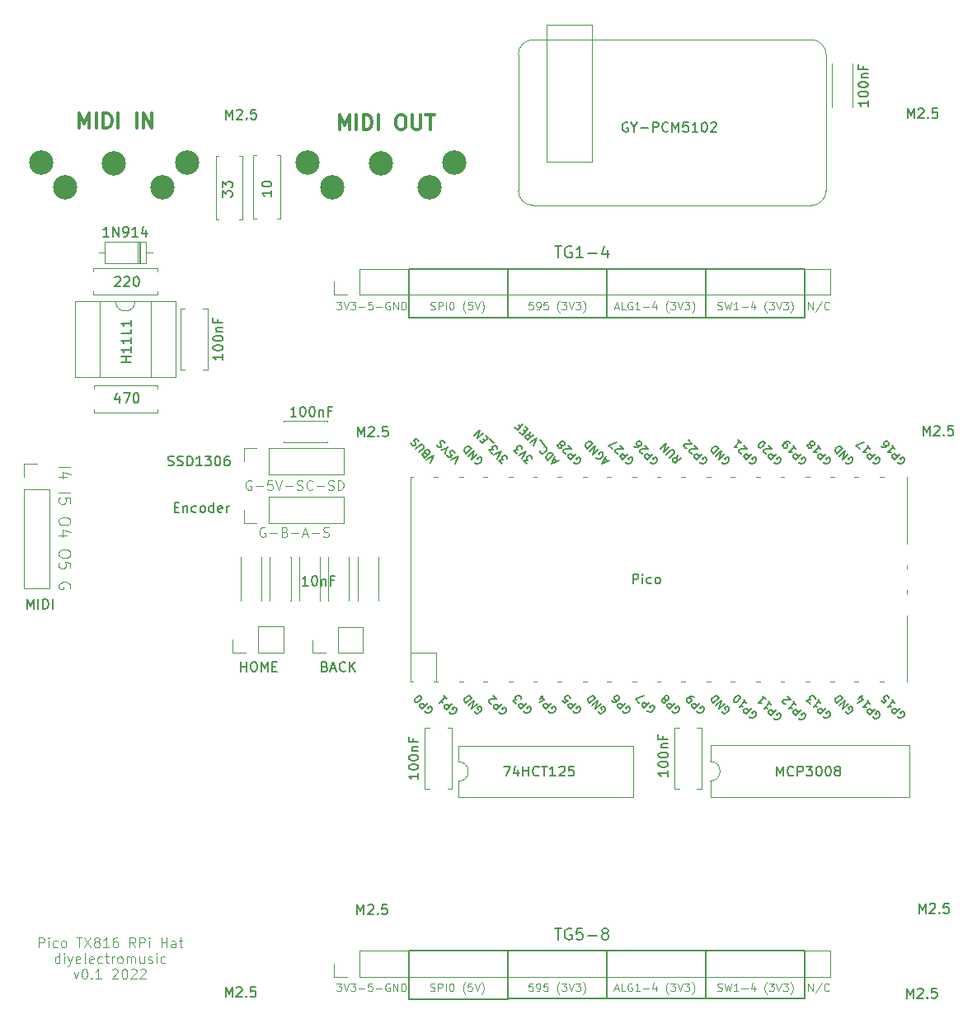
<source format=gto>
G04 #@! TF.GenerationSoftware,KiCad,Pcbnew,(6.0.5)*
G04 #@! TF.CreationDate,2022-12-29T14:07:14+00:00*
G04 #@! TF.ProjectId,PicoTX816-RPiHat,5069636f-5458-4383-9136-2d5250694861,rev?*
G04 #@! TF.SameCoordinates,Original*
G04 #@! TF.FileFunction,Legend,Top*
G04 #@! TF.FilePolarity,Positive*
%FSLAX46Y46*%
G04 Gerber Fmt 4.6, Leading zero omitted, Abs format (unit mm)*
G04 Created by KiCad (PCBNEW (6.0.5)) date 2022-12-29 14:07:14*
%MOMM*%
%LPD*%
G01*
G04 APERTURE LIST*
%ADD10C,0.150000*%
%ADD11C,0.100000*%
%ADD12C,0.200000*%
%ADD13C,0.304800*%
%ADD14C,0.120000*%
%ADD15C,2.499360*%
G04 APERTURE END LIST*
D10*
X227530000Y-153620000D02*
X237710000Y-153620000D01*
X237710000Y-153620000D02*
X237710000Y-158580000D01*
X237710000Y-158580000D02*
X227530000Y-158580000D01*
X227530000Y-158580000D02*
X227530000Y-153620000D01*
X237700000Y-153620000D02*
X247880000Y-153620000D01*
X247880000Y-153620000D02*
X247880000Y-158580000D01*
X247880000Y-158580000D02*
X237700000Y-158580000D01*
X237700000Y-158580000D02*
X237700000Y-153620000D01*
X217360000Y-153620000D02*
X227540000Y-153620000D01*
X227540000Y-153620000D02*
X227540000Y-158580000D01*
X227540000Y-158580000D02*
X217360000Y-158580000D01*
X217360000Y-158580000D02*
X217360000Y-153620000D01*
X227540000Y-83700000D02*
X237720000Y-83700000D01*
X237720000Y-83700000D02*
X237720000Y-88660000D01*
X237720000Y-88660000D02*
X227540000Y-88660000D01*
X227540000Y-88660000D02*
X227540000Y-83700000D01*
X237710000Y-83700000D02*
X247890000Y-83700000D01*
X247890000Y-83700000D02*
X247890000Y-88660000D01*
X247890000Y-88660000D02*
X237710000Y-88660000D01*
X237710000Y-88660000D02*
X237710000Y-83700000D01*
X207210000Y-153610000D02*
X217340000Y-153610000D01*
X217340000Y-153610000D02*
X217340000Y-158590000D01*
X217340000Y-158590000D02*
X207210000Y-158590000D01*
X207210000Y-158590000D02*
X207210000Y-153610000D01*
X207220000Y-83690000D02*
X217350000Y-83690000D01*
X217350000Y-83690000D02*
X217350000Y-88670000D01*
X217350000Y-88670000D02*
X207220000Y-88670000D01*
X207220000Y-88670000D02*
X207220000Y-83690000D01*
X217370000Y-83700000D02*
X227550000Y-83700000D01*
X227550000Y-83700000D02*
X227550000Y-88660000D01*
X227550000Y-88660000D02*
X217370000Y-88660000D01*
X217370000Y-88660000D02*
X217370000Y-83700000D01*
D11*
X209428095Y-87833809D02*
X209542380Y-87871904D01*
X209732857Y-87871904D01*
X209809047Y-87833809D01*
X209847142Y-87795714D01*
X209885238Y-87719523D01*
X209885238Y-87643333D01*
X209847142Y-87567142D01*
X209809047Y-87529047D01*
X209732857Y-87490952D01*
X209580476Y-87452857D01*
X209504285Y-87414761D01*
X209466190Y-87376666D01*
X209428095Y-87300476D01*
X209428095Y-87224285D01*
X209466190Y-87148095D01*
X209504285Y-87110000D01*
X209580476Y-87071904D01*
X209770952Y-87071904D01*
X209885238Y-87110000D01*
X210228095Y-87871904D02*
X210228095Y-87071904D01*
X210532857Y-87071904D01*
X210609047Y-87110000D01*
X210647142Y-87148095D01*
X210685238Y-87224285D01*
X210685238Y-87338571D01*
X210647142Y-87414761D01*
X210609047Y-87452857D01*
X210532857Y-87490952D01*
X210228095Y-87490952D01*
X211028095Y-87871904D02*
X211028095Y-87071904D01*
X211561428Y-87071904D02*
X211637619Y-87071904D01*
X211713809Y-87110000D01*
X211751904Y-87148095D01*
X211790000Y-87224285D01*
X211828095Y-87376666D01*
X211828095Y-87567142D01*
X211790000Y-87719523D01*
X211751904Y-87795714D01*
X211713809Y-87833809D01*
X211637619Y-87871904D01*
X211561428Y-87871904D01*
X211485238Y-87833809D01*
X211447142Y-87795714D01*
X211409047Y-87719523D01*
X211370952Y-87567142D01*
X211370952Y-87376666D01*
X211409047Y-87224285D01*
X211447142Y-87148095D01*
X211485238Y-87110000D01*
X211561428Y-87071904D01*
X213009047Y-88176666D02*
X212970952Y-88138571D01*
X212894761Y-88024285D01*
X212856666Y-87948095D01*
X212818571Y-87833809D01*
X212780476Y-87643333D01*
X212780476Y-87490952D01*
X212818571Y-87300476D01*
X212856666Y-87186190D01*
X212894761Y-87110000D01*
X212970952Y-86995714D01*
X213009047Y-86957619D01*
X213694761Y-87071904D02*
X213313809Y-87071904D01*
X213275714Y-87452857D01*
X213313809Y-87414761D01*
X213390000Y-87376666D01*
X213580476Y-87376666D01*
X213656666Y-87414761D01*
X213694761Y-87452857D01*
X213732857Y-87529047D01*
X213732857Y-87719523D01*
X213694761Y-87795714D01*
X213656666Y-87833809D01*
X213580476Y-87871904D01*
X213390000Y-87871904D01*
X213313809Y-87833809D01*
X213275714Y-87795714D01*
X213961428Y-87071904D02*
X214228095Y-87871904D01*
X214494761Y-87071904D01*
X214685238Y-88176666D02*
X214723333Y-88138571D01*
X214799523Y-88024285D01*
X214837619Y-87948095D01*
X214875714Y-87833809D01*
X214913809Y-87643333D01*
X214913809Y-87490952D01*
X214875714Y-87300476D01*
X214837619Y-87186190D01*
X214799523Y-87110000D01*
X214723333Y-86995714D01*
X214685238Y-86957619D01*
D12*
X222171428Y-151342857D02*
X222857142Y-151342857D01*
X222514285Y-152542857D02*
X222514285Y-151342857D01*
X223885714Y-151400000D02*
X223771428Y-151342857D01*
X223600000Y-151342857D01*
X223428571Y-151400000D01*
X223314285Y-151514285D01*
X223257142Y-151628571D01*
X223200000Y-151857142D01*
X223200000Y-152028571D01*
X223257142Y-152257142D01*
X223314285Y-152371428D01*
X223428571Y-152485714D01*
X223600000Y-152542857D01*
X223714285Y-152542857D01*
X223885714Y-152485714D01*
X223942857Y-152428571D01*
X223942857Y-152028571D01*
X223714285Y-152028571D01*
X225028571Y-151342857D02*
X224457142Y-151342857D01*
X224400000Y-151914285D01*
X224457142Y-151857142D01*
X224571428Y-151800000D01*
X224857142Y-151800000D01*
X224971428Y-151857142D01*
X225028571Y-151914285D01*
X225085714Y-152028571D01*
X225085714Y-152314285D01*
X225028571Y-152428571D01*
X224971428Y-152485714D01*
X224857142Y-152542857D01*
X224571428Y-152542857D01*
X224457142Y-152485714D01*
X224400000Y-152428571D01*
X225600000Y-152085714D02*
X226514285Y-152085714D01*
X227257142Y-151857142D02*
X227142857Y-151800000D01*
X227085714Y-151742857D01*
X227028571Y-151628571D01*
X227028571Y-151571428D01*
X227085714Y-151457142D01*
X227142857Y-151400000D01*
X227257142Y-151342857D01*
X227485714Y-151342857D01*
X227600000Y-151400000D01*
X227657142Y-151457142D01*
X227714285Y-151571428D01*
X227714285Y-151628571D01*
X227657142Y-151742857D01*
X227600000Y-151800000D01*
X227485714Y-151857142D01*
X227257142Y-151857142D01*
X227142857Y-151914285D01*
X227085714Y-151971428D01*
X227028571Y-152085714D01*
X227028571Y-152314285D01*
X227085714Y-152428571D01*
X227142857Y-152485714D01*
X227257142Y-152542857D01*
X227485714Y-152542857D01*
X227600000Y-152485714D01*
X227657142Y-152428571D01*
X227714285Y-152314285D01*
X227714285Y-152085714D01*
X227657142Y-151971428D01*
X227600000Y-151914285D01*
X227485714Y-151857142D01*
D11*
X171257142Y-103982857D02*
X172457142Y-103982857D01*
X172057142Y-105068571D02*
X171257142Y-105068571D01*
X172514285Y-104782857D02*
X171657142Y-104497142D01*
X171657142Y-105240000D01*
X171257142Y-106611428D02*
X172457142Y-106611428D01*
X172457142Y-107754285D02*
X172457142Y-107182857D01*
X171885714Y-107125714D01*
X171942857Y-107182857D01*
X172000000Y-107297142D01*
X172000000Y-107582857D01*
X171942857Y-107697142D01*
X171885714Y-107754285D01*
X171771428Y-107811428D01*
X171485714Y-107811428D01*
X171371428Y-107754285D01*
X171314285Y-107697142D01*
X171257142Y-107582857D01*
X171257142Y-107297142D01*
X171314285Y-107182857D01*
X171371428Y-107125714D01*
X172457142Y-109468571D02*
X172457142Y-109697142D01*
X172400000Y-109811428D01*
X172285714Y-109925714D01*
X172057142Y-109982857D01*
X171657142Y-109982857D01*
X171428571Y-109925714D01*
X171314285Y-109811428D01*
X171257142Y-109697142D01*
X171257142Y-109468571D01*
X171314285Y-109354285D01*
X171428571Y-109240000D01*
X171657142Y-109182857D01*
X172057142Y-109182857D01*
X172285714Y-109240000D01*
X172400000Y-109354285D01*
X172457142Y-109468571D01*
X172057142Y-111011428D02*
X171257142Y-111011428D01*
X172514285Y-110725714D02*
X171657142Y-110440000D01*
X171657142Y-111182857D01*
X172457142Y-112782857D02*
X172457142Y-113011428D01*
X172400000Y-113125714D01*
X172285714Y-113240000D01*
X172057142Y-113297142D01*
X171657142Y-113297142D01*
X171428571Y-113240000D01*
X171314285Y-113125714D01*
X171257142Y-113011428D01*
X171257142Y-112782857D01*
X171314285Y-112668571D01*
X171428571Y-112554285D01*
X171657142Y-112497142D01*
X172057142Y-112497142D01*
X172285714Y-112554285D01*
X172400000Y-112668571D01*
X172457142Y-112782857D01*
X172457142Y-114382857D02*
X172457142Y-113811428D01*
X171885714Y-113754285D01*
X171942857Y-113811428D01*
X172000000Y-113925714D01*
X172000000Y-114211428D01*
X171942857Y-114325714D01*
X171885714Y-114382857D01*
X171771428Y-114440000D01*
X171485714Y-114440000D01*
X171371428Y-114382857D01*
X171314285Y-114325714D01*
X171257142Y-114211428D01*
X171257142Y-113925714D01*
X171314285Y-113811428D01*
X171371428Y-113754285D01*
X172400000Y-116497142D02*
X172457142Y-116382857D01*
X172457142Y-116211428D01*
X172400000Y-116040000D01*
X172285714Y-115925714D01*
X172171428Y-115868571D01*
X171942857Y-115811428D01*
X171771428Y-115811428D01*
X171542857Y-115868571D01*
X171428571Y-115925714D01*
X171314285Y-116040000D01*
X171257142Y-116211428D01*
X171257142Y-116325714D01*
X171314285Y-116497142D01*
X171371428Y-116554285D01*
X171771428Y-116554285D01*
X171771428Y-116325714D01*
X228335714Y-87643333D02*
X228716666Y-87643333D01*
X228259523Y-87871904D02*
X228526190Y-87071904D01*
X228792857Y-87871904D01*
X229440476Y-87871904D02*
X229059523Y-87871904D01*
X229059523Y-87071904D01*
X230126190Y-87110000D02*
X230050000Y-87071904D01*
X229935714Y-87071904D01*
X229821428Y-87110000D01*
X229745238Y-87186190D01*
X229707142Y-87262380D01*
X229669047Y-87414761D01*
X229669047Y-87529047D01*
X229707142Y-87681428D01*
X229745238Y-87757619D01*
X229821428Y-87833809D01*
X229935714Y-87871904D01*
X230011904Y-87871904D01*
X230126190Y-87833809D01*
X230164285Y-87795714D01*
X230164285Y-87529047D01*
X230011904Y-87529047D01*
X230926190Y-87871904D02*
X230469047Y-87871904D01*
X230697619Y-87871904D02*
X230697619Y-87071904D01*
X230621428Y-87186190D01*
X230545238Y-87262380D01*
X230469047Y-87300476D01*
X231269047Y-87567142D02*
X231878571Y-87567142D01*
X232602380Y-87338571D02*
X232602380Y-87871904D01*
X232411904Y-87033809D02*
X232221428Y-87605238D01*
X232716666Y-87605238D01*
X233859523Y-88176666D02*
X233821428Y-88138571D01*
X233745238Y-88024285D01*
X233707142Y-87948095D01*
X233669047Y-87833809D01*
X233630952Y-87643333D01*
X233630952Y-87490952D01*
X233669047Y-87300476D01*
X233707142Y-87186190D01*
X233745238Y-87110000D01*
X233821428Y-86995714D01*
X233859523Y-86957619D01*
X234088095Y-87071904D02*
X234583333Y-87071904D01*
X234316666Y-87376666D01*
X234430952Y-87376666D01*
X234507142Y-87414761D01*
X234545238Y-87452857D01*
X234583333Y-87529047D01*
X234583333Y-87719523D01*
X234545238Y-87795714D01*
X234507142Y-87833809D01*
X234430952Y-87871904D01*
X234202380Y-87871904D01*
X234126190Y-87833809D01*
X234088095Y-87795714D01*
X234811904Y-87071904D02*
X235078571Y-87871904D01*
X235345238Y-87071904D01*
X235535714Y-87071904D02*
X236030952Y-87071904D01*
X235764285Y-87376666D01*
X235878571Y-87376666D01*
X235954761Y-87414761D01*
X235992857Y-87452857D01*
X236030952Y-87529047D01*
X236030952Y-87719523D01*
X235992857Y-87795714D01*
X235954761Y-87833809D01*
X235878571Y-87871904D01*
X235650000Y-87871904D01*
X235573809Y-87833809D01*
X235535714Y-87795714D01*
X236297619Y-88176666D02*
X236335714Y-88138571D01*
X236411904Y-88024285D01*
X236450000Y-87948095D01*
X236488095Y-87833809D01*
X236526190Y-87643333D01*
X236526190Y-87490952D01*
X236488095Y-87300476D01*
X236450000Y-87186190D01*
X236411904Y-87110000D01*
X236335714Y-86995714D01*
X236297619Y-86957619D01*
X169210476Y-153302380D02*
X169210476Y-152302380D01*
X169591428Y-152302380D01*
X169686666Y-152350000D01*
X169734285Y-152397619D01*
X169781904Y-152492857D01*
X169781904Y-152635714D01*
X169734285Y-152730952D01*
X169686666Y-152778571D01*
X169591428Y-152826190D01*
X169210476Y-152826190D01*
X170210476Y-153302380D02*
X170210476Y-152635714D01*
X170210476Y-152302380D02*
X170162857Y-152350000D01*
X170210476Y-152397619D01*
X170258095Y-152350000D01*
X170210476Y-152302380D01*
X170210476Y-152397619D01*
X171115238Y-153254761D02*
X171020000Y-153302380D01*
X170829523Y-153302380D01*
X170734285Y-153254761D01*
X170686666Y-153207142D01*
X170639047Y-153111904D01*
X170639047Y-152826190D01*
X170686666Y-152730952D01*
X170734285Y-152683333D01*
X170829523Y-152635714D01*
X171020000Y-152635714D01*
X171115238Y-152683333D01*
X171686666Y-153302380D02*
X171591428Y-153254761D01*
X171543809Y-153207142D01*
X171496190Y-153111904D01*
X171496190Y-152826190D01*
X171543809Y-152730952D01*
X171591428Y-152683333D01*
X171686666Y-152635714D01*
X171829523Y-152635714D01*
X171924761Y-152683333D01*
X171972380Y-152730952D01*
X172020000Y-152826190D01*
X172020000Y-153111904D01*
X171972380Y-153207142D01*
X171924761Y-153254761D01*
X171829523Y-153302380D01*
X171686666Y-153302380D01*
X173067619Y-152302380D02*
X173639047Y-152302380D01*
X173353333Y-153302380D02*
X173353333Y-152302380D01*
X173877142Y-152302380D02*
X174543809Y-153302380D01*
X174543809Y-152302380D02*
X173877142Y-153302380D01*
X175067619Y-152730952D02*
X174972380Y-152683333D01*
X174924761Y-152635714D01*
X174877142Y-152540476D01*
X174877142Y-152492857D01*
X174924761Y-152397619D01*
X174972380Y-152350000D01*
X175067619Y-152302380D01*
X175258095Y-152302380D01*
X175353333Y-152350000D01*
X175400952Y-152397619D01*
X175448571Y-152492857D01*
X175448571Y-152540476D01*
X175400952Y-152635714D01*
X175353333Y-152683333D01*
X175258095Y-152730952D01*
X175067619Y-152730952D01*
X174972380Y-152778571D01*
X174924761Y-152826190D01*
X174877142Y-152921428D01*
X174877142Y-153111904D01*
X174924761Y-153207142D01*
X174972380Y-153254761D01*
X175067619Y-153302380D01*
X175258095Y-153302380D01*
X175353333Y-153254761D01*
X175400952Y-153207142D01*
X175448571Y-153111904D01*
X175448571Y-152921428D01*
X175400952Y-152826190D01*
X175353333Y-152778571D01*
X175258095Y-152730952D01*
X176400952Y-153302380D02*
X175829523Y-153302380D01*
X176115238Y-153302380D02*
X176115238Y-152302380D01*
X176020000Y-152445238D01*
X175924761Y-152540476D01*
X175829523Y-152588095D01*
X177258095Y-152302380D02*
X177067619Y-152302380D01*
X176972380Y-152350000D01*
X176924761Y-152397619D01*
X176829523Y-152540476D01*
X176781904Y-152730952D01*
X176781904Y-153111904D01*
X176829523Y-153207142D01*
X176877142Y-153254761D01*
X176972380Y-153302380D01*
X177162857Y-153302380D01*
X177258095Y-153254761D01*
X177305714Y-153207142D01*
X177353333Y-153111904D01*
X177353333Y-152873809D01*
X177305714Y-152778571D01*
X177258095Y-152730952D01*
X177162857Y-152683333D01*
X176972380Y-152683333D01*
X176877142Y-152730952D01*
X176829523Y-152778571D01*
X176781904Y-152873809D01*
X179115238Y-153302380D02*
X178781904Y-152826190D01*
X178543809Y-153302380D02*
X178543809Y-152302380D01*
X178924761Y-152302380D01*
X179020000Y-152350000D01*
X179067619Y-152397619D01*
X179115238Y-152492857D01*
X179115238Y-152635714D01*
X179067619Y-152730952D01*
X179020000Y-152778571D01*
X178924761Y-152826190D01*
X178543809Y-152826190D01*
X179543809Y-153302380D02*
X179543809Y-152302380D01*
X179924761Y-152302380D01*
X180020000Y-152350000D01*
X180067619Y-152397619D01*
X180115238Y-152492857D01*
X180115238Y-152635714D01*
X180067619Y-152730952D01*
X180020000Y-152778571D01*
X179924761Y-152826190D01*
X179543809Y-152826190D01*
X180543809Y-153302380D02*
X180543809Y-152635714D01*
X180543809Y-152302380D02*
X180496190Y-152350000D01*
X180543809Y-152397619D01*
X180591428Y-152350000D01*
X180543809Y-152302380D01*
X180543809Y-152397619D01*
X181781904Y-153302380D02*
X181781904Y-152302380D01*
X181781904Y-152778571D02*
X182353333Y-152778571D01*
X182353333Y-153302380D02*
X182353333Y-152302380D01*
X183258095Y-153302380D02*
X183258095Y-152778571D01*
X183210476Y-152683333D01*
X183115238Y-152635714D01*
X182924761Y-152635714D01*
X182829523Y-152683333D01*
X183258095Y-153254761D02*
X183162857Y-153302380D01*
X182924761Y-153302380D01*
X182829523Y-153254761D01*
X182781904Y-153159523D01*
X182781904Y-153064285D01*
X182829523Y-152969047D01*
X182924761Y-152921428D01*
X183162857Y-152921428D01*
X183258095Y-152873809D01*
X183591428Y-152635714D02*
X183972380Y-152635714D01*
X183734285Y-152302380D02*
X183734285Y-153159523D01*
X183781904Y-153254761D01*
X183877142Y-153302380D01*
X183972380Y-153302380D01*
X171329523Y-154912380D02*
X171329523Y-153912380D01*
X171329523Y-154864761D02*
X171234285Y-154912380D01*
X171043809Y-154912380D01*
X170948571Y-154864761D01*
X170900952Y-154817142D01*
X170853333Y-154721904D01*
X170853333Y-154436190D01*
X170900952Y-154340952D01*
X170948571Y-154293333D01*
X171043809Y-154245714D01*
X171234285Y-154245714D01*
X171329523Y-154293333D01*
X171805714Y-154912380D02*
X171805714Y-154245714D01*
X171805714Y-153912380D02*
X171758095Y-153960000D01*
X171805714Y-154007619D01*
X171853333Y-153960000D01*
X171805714Y-153912380D01*
X171805714Y-154007619D01*
X172186666Y-154245714D02*
X172424761Y-154912380D01*
X172662857Y-154245714D02*
X172424761Y-154912380D01*
X172329523Y-155150476D01*
X172281904Y-155198095D01*
X172186666Y-155245714D01*
X173424761Y-154864761D02*
X173329523Y-154912380D01*
X173139047Y-154912380D01*
X173043809Y-154864761D01*
X172996190Y-154769523D01*
X172996190Y-154388571D01*
X173043809Y-154293333D01*
X173139047Y-154245714D01*
X173329523Y-154245714D01*
X173424761Y-154293333D01*
X173472380Y-154388571D01*
X173472380Y-154483809D01*
X172996190Y-154579047D01*
X174043809Y-154912380D02*
X173948571Y-154864761D01*
X173900952Y-154769523D01*
X173900952Y-153912380D01*
X174805714Y-154864761D02*
X174710476Y-154912380D01*
X174520000Y-154912380D01*
X174424761Y-154864761D01*
X174377142Y-154769523D01*
X174377142Y-154388571D01*
X174424761Y-154293333D01*
X174520000Y-154245714D01*
X174710476Y-154245714D01*
X174805714Y-154293333D01*
X174853333Y-154388571D01*
X174853333Y-154483809D01*
X174377142Y-154579047D01*
X175710476Y-154864761D02*
X175615238Y-154912380D01*
X175424761Y-154912380D01*
X175329523Y-154864761D01*
X175281904Y-154817142D01*
X175234285Y-154721904D01*
X175234285Y-154436190D01*
X175281904Y-154340952D01*
X175329523Y-154293333D01*
X175424761Y-154245714D01*
X175615238Y-154245714D01*
X175710476Y-154293333D01*
X175996190Y-154245714D02*
X176377142Y-154245714D01*
X176139047Y-153912380D02*
X176139047Y-154769523D01*
X176186666Y-154864761D01*
X176281904Y-154912380D01*
X176377142Y-154912380D01*
X176710476Y-154912380D02*
X176710476Y-154245714D01*
X176710476Y-154436190D02*
X176758095Y-154340952D01*
X176805714Y-154293333D01*
X176900952Y-154245714D01*
X176996190Y-154245714D01*
X177472380Y-154912380D02*
X177377142Y-154864761D01*
X177329523Y-154817142D01*
X177281904Y-154721904D01*
X177281904Y-154436190D01*
X177329523Y-154340952D01*
X177377142Y-154293333D01*
X177472380Y-154245714D01*
X177615238Y-154245714D01*
X177710476Y-154293333D01*
X177758095Y-154340952D01*
X177805714Y-154436190D01*
X177805714Y-154721904D01*
X177758095Y-154817142D01*
X177710476Y-154864761D01*
X177615238Y-154912380D01*
X177472380Y-154912380D01*
X178234285Y-154912380D02*
X178234285Y-154245714D01*
X178234285Y-154340952D02*
X178281904Y-154293333D01*
X178377142Y-154245714D01*
X178520000Y-154245714D01*
X178615238Y-154293333D01*
X178662857Y-154388571D01*
X178662857Y-154912380D01*
X178662857Y-154388571D02*
X178710476Y-154293333D01*
X178805714Y-154245714D01*
X178948571Y-154245714D01*
X179043809Y-154293333D01*
X179091428Y-154388571D01*
X179091428Y-154912380D01*
X179996190Y-154245714D02*
X179996190Y-154912380D01*
X179567619Y-154245714D02*
X179567619Y-154769523D01*
X179615238Y-154864761D01*
X179710476Y-154912380D01*
X179853333Y-154912380D01*
X179948571Y-154864761D01*
X179996190Y-154817142D01*
X180424761Y-154864761D02*
X180520000Y-154912380D01*
X180710476Y-154912380D01*
X180805714Y-154864761D01*
X180853333Y-154769523D01*
X180853333Y-154721904D01*
X180805714Y-154626666D01*
X180710476Y-154579047D01*
X180567619Y-154579047D01*
X180472380Y-154531428D01*
X180424761Y-154436190D01*
X180424761Y-154388571D01*
X180472380Y-154293333D01*
X180567619Y-154245714D01*
X180710476Y-154245714D01*
X180805714Y-154293333D01*
X181281904Y-154912380D02*
X181281904Y-154245714D01*
X181281904Y-153912380D02*
X181234285Y-153960000D01*
X181281904Y-154007619D01*
X181329523Y-153960000D01*
X181281904Y-153912380D01*
X181281904Y-154007619D01*
X182186666Y-154864761D02*
X182091428Y-154912380D01*
X181900952Y-154912380D01*
X181805714Y-154864761D01*
X181758095Y-154817142D01*
X181710476Y-154721904D01*
X181710476Y-154436190D01*
X181758095Y-154340952D01*
X181805714Y-154293333D01*
X181900952Y-154245714D01*
X182091428Y-154245714D01*
X182186666Y-154293333D01*
X172805714Y-155855714D02*
X173043809Y-156522380D01*
X173281904Y-155855714D01*
X173853333Y-155522380D02*
X173948571Y-155522380D01*
X174043809Y-155570000D01*
X174091428Y-155617619D01*
X174139047Y-155712857D01*
X174186666Y-155903333D01*
X174186666Y-156141428D01*
X174139047Y-156331904D01*
X174091428Y-156427142D01*
X174043809Y-156474761D01*
X173948571Y-156522380D01*
X173853333Y-156522380D01*
X173758095Y-156474761D01*
X173710476Y-156427142D01*
X173662857Y-156331904D01*
X173615238Y-156141428D01*
X173615238Y-155903333D01*
X173662857Y-155712857D01*
X173710476Y-155617619D01*
X173758095Y-155570000D01*
X173853333Y-155522380D01*
X174615238Y-156427142D02*
X174662857Y-156474761D01*
X174615238Y-156522380D01*
X174567619Y-156474761D01*
X174615238Y-156427142D01*
X174615238Y-156522380D01*
X175615238Y-156522380D02*
X175043809Y-156522380D01*
X175329523Y-156522380D02*
X175329523Y-155522380D01*
X175234285Y-155665238D01*
X175139047Y-155760476D01*
X175043809Y-155808095D01*
X176758095Y-155617619D02*
X176805714Y-155570000D01*
X176900952Y-155522380D01*
X177139047Y-155522380D01*
X177234285Y-155570000D01*
X177281904Y-155617619D01*
X177329523Y-155712857D01*
X177329523Y-155808095D01*
X177281904Y-155950952D01*
X176710476Y-156522380D01*
X177329523Y-156522380D01*
X177948571Y-155522380D02*
X178043809Y-155522380D01*
X178139047Y-155570000D01*
X178186666Y-155617619D01*
X178234285Y-155712857D01*
X178281904Y-155903333D01*
X178281904Y-156141428D01*
X178234285Y-156331904D01*
X178186666Y-156427142D01*
X178139047Y-156474761D01*
X178043809Y-156522380D01*
X177948571Y-156522380D01*
X177853333Y-156474761D01*
X177805714Y-156427142D01*
X177758095Y-156331904D01*
X177710476Y-156141428D01*
X177710476Y-155903333D01*
X177758095Y-155712857D01*
X177805714Y-155617619D01*
X177853333Y-155570000D01*
X177948571Y-155522380D01*
X178662857Y-155617619D02*
X178710476Y-155570000D01*
X178805714Y-155522380D01*
X179043809Y-155522380D01*
X179139047Y-155570000D01*
X179186666Y-155617619D01*
X179234285Y-155712857D01*
X179234285Y-155808095D01*
X179186666Y-155950952D01*
X178615238Y-156522380D01*
X179234285Y-156522380D01*
X179615238Y-155617619D02*
X179662857Y-155570000D01*
X179758095Y-155522380D01*
X179996190Y-155522380D01*
X180091428Y-155570000D01*
X180139047Y-155617619D01*
X180186666Y-155712857D01*
X180186666Y-155808095D01*
X180139047Y-155950952D01*
X179567619Y-156522380D01*
X180186666Y-156522380D01*
X191007619Y-105430000D02*
X190912380Y-105382380D01*
X190769523Y-105382380D01*
X190626666Y-105430000D01*
X190531428Y-105525238D01*
X190483809Y-105620476D01*
X190436190Y-105810952D01*
X190436190Y-105953809D01*
X190483809Y-106144285D01*
X190531428Y-106239523D01*
X190626666Y-106334761D01*
X190769523Y-106382380D01*
X190864761Y-106382380D01*
X191007619Y-106334761D01*
X191055238Y-106287142D01*
X191055238Y-105953809D01*
X190864761Y-105953809D01*
X191483809Y-106001428D02*
X192245714Y-106001428D01*
X193198095Y-105382380D02*
X192721904Y-105382380D01*
X192674285Y-105858571D01*
X192721904Y-105810952D01*
X192817142Y-105763333D01*
X193055238Y-105763333D01*
X193150476Y-105810952D01*
X193198095Y-105858571D01*
X193245714Y-105953809D01*
X193245714Y-106191904D01*
X193198095Y-106287142D01*
X193150476Y-106334761D01*
X193055238Y-106382380D01*
X192817142Y-106382380D01*
X192721904Y-106334761D01*
X192674285Y-106287142D01*
X193531428Y-105382380D02*
X193864761Y-106382380D01*
X194198095Y-105382380D01*
X194531428Y-106001428D02*
X195293333Y-106001428D01*
X195721904Y-106334761D02*
X195864761Y-106382380D01*
X196102857Y-106382380D01*
X196198095Y-106334761D01*
X196245714Y-106287142D01*
X196293333Y-106191904D01*
X196293333Y-106096666D01*
X196245714Y-106001428D01*
X196198095Y-105953809D01*
X196102857Y-105906190D01*
X195912380Y-105858571D01*
X195817142Y-105810952D01*
X195769523Y-105763333D01*
X195721904Y-105668095D01*
X195721904Y-105572857D01*
X195769523Y-105477619D01*
X195817142Y-105430000D01*
X195912380Y-105382380D01*
X196150476Y-105382380D01*
X196293333Y-105430000D01*
X197293333Y-106287142D02*
X197245714Y-106334761D01*
X197102857Y-106382380D01*
X197007619Y-106382380D01*
X196864761Y-106334761D01*
X196769523Y-106239523D01*
X196721904Y-106144285D01*
X196674285Y-105953809D01*
X196674285Y-105810952D01*
X196721904Y-105620476D01*
X196769523Y-105525238D01*
X196864761Y-105430000D01*
X197007619Y-105382380D01*
X197102857Y-105382380D01*
X197245714Y-105430000D01*
X197293333Y-105477619D01*
X197721904Y-106001428D02*
X198483809Y-106001428D01*
X198912380Y-106334761D02*
X199055238Y-106382380D01*
X199293333Y-106382380D01*
X199388571Y-106334761D01*
X199436190Y-106287142D01*
X199483809Y-106191904D01*
X199483809Y-106096666D01*
X199436190Y-106001428D01*
X199388571Y-105953809D01*
X199293333Y-105906190D01*
X199102857Y-105858571D01*
X199007619Y-105810952D01*
X198960000Y-105763333D01*
X198912380Y-105668095D01*
X198912380Y-105572857D01*
X198960000Y-105477619D01*
X199007619Y-105430000D01*
X199102857Y-105382380D01*
X199340952Y-105382380D01*
X199483809Y-105430000D01*
X199912380Y-106382380D02*
X199912380Y-105382380D01*
X200150476Y-105382380D01*
X200293333Y-105430000D01*
X200388571Y-105525238D01*
X200436190Y-105620476D01*
X200483809Y-105810952D01*
X200483809Y-105953809D01*
X200436190Y-106144285D01*
X200388571Y-106239523D01*
X200293333Y-106334761D01*
X200150476Y-106382380D01*
X199912380Y-106382380D01*
X219915714Y-156991904D02*
X219534761Y-156991904D01*
X219496666Y-157372857D01*
X219534761Y-157334761D01*
X219610952Y-157296666D01*
X219801428Y-157296666D01*
X219877619Y-157334761D01*
X219915714Y-157372857D01*
X219953809Y-157449047D01*
X219953809Y-157639523D01*
X219915714Y-157715714D01*
X219877619Y-157753809D01*
X219801428Y-157791904D01*
X219610952Y-157791904D01*
X219534761Y-157753809D01*
X219496666Y-157715714D01*
X220334761Y-157791904D02*
X220487142Y-157791904D01*
X220563333Y-157753809D01*
X220601428Y-157715714D01*
X220677619Y-157601428D01*
X220715714Y-157449047D01*
X220715714Y-157144285D01*
X220677619Y-157068095D01*
X220639523Y-157030000D01*
X220563333Y-156991904D01*
X220410952Y-156991904D01*
X220334761Y-157030000D01*
X220296666Y-157068095D01*
X220258571Y-157144285D01*
X220258571Y-157334761D01*
X220296666Y-157410952D01*
X220334761Y-157449047D01*
X220410952Y-157487142D01*
X220563333Y-157487142D01*
X220639523Y-157449047D01*
X220677619Y-157410952D01*
X220715714Y-157334761D01*
X221439523Y-156991904D02*
X221058571Y-156991904D01*
X221020476Y-157372857D01*
X221058571Y-157334761D01*
X221134761Y-157296666D01*
X221325238Y-157296666D01*
X221401428Y-157334761D01*
X221439523Y-157372857D01*
X221477619Y-157449047D01*
X221477619Y-157639523D01*
X221439523Y-157715714D01*
X221401428Y-157753809D01*
X221325238Y-157791904D01*
X221134761Y-157791904D01*
X221058571Y-157753809D01*
X221020476Y-157715714D01*
X222658571Y-158096666D02*
X222620476Y-158058571D01*
X222544285Y-157944285D01*
X222506190Y-157868095D01*
X222468095Y-157753809D01*
X222430000Y-157563333D01*
X222430000Y-157410952D01*
X222468095Y-157220476D01*
X222506190Y-157106190D01*
X222544285Y-157030000D01*
X222620476Y-156915714D01*
X222658571Y-156877619D01*
X222887142Y-156991904D02*
X223382380Y-156991904D01*
X223115714Y-157296666D01*
X223230000Y-157296666D01*
X223306190Y-157334761D01*
X223344285Y-157372857D01*
X223382380Y-157449047D01*
X223382380Y-157639523D01*
X223344285Y-157715714D01*
X223306190Y-157753809D01*
X223230000Y-157791904D01*
X223001428Y-157791904D01*
X222925238Y-157753809D01*
X222887142Y-157715714D01*
X223610952Y-156991904D02*
X223877619Y-157791904D01*
X224144285Y-156991904D01*
X224334761Y-156991904D02*
X224830000Y-156991904D01*
X224563333Y-157296666D01*
X224677619Y-157296666D01*
X224753809Y-157334761D01*
X224791904Y-157372857D01*
X224830000Y-157449047D01*
X224830000Y-157639523D01*
X224791904Y-157715714D01*
X224753809Y-157753809D01*
X224677619Y-157791904D01*
X224449047Y-157791904D01*
X224372857Y-157753809D01*
X224334761Y-157715714D01*
X225096666Y-158096666D02*
X225134761Y-158058571D01*
X225210952Y-157944285D01*
X225249047Y-157868095D01*
X225287142Y-157753809D01*
X225325238Y-157563333D01*
X225325238Y-157410952D01*
X225287142Y-157220476D01*
X225249047Y-157106190D01*
X225210952Y-157030000D01*
X225134761Y-156915714D01*
X225096666Y-156877619D01*
X238904285Y-87833809D02*
X239018571Y-87871904D01*
X239209047Y-87871904D01*
X239285238Y-87833809D01*
X239323333Y-87795714D01*
X239361428Y-87719523D01*
X239361428Y-87643333D01*
X239323333Y-87567142D01*
X239285238Y-87529047D01*
X239209047Y-87490952D01*
X239056666Y-87452857D01*
X238980476Y-87414761D01*
X238942380Y-87376666D01*
X238904285Y-87300476D01*
X238904285Y-87224285D01*
X238942380Y-87148095D01*
X238980476Y-87110000D01*
X239056666Y-87071904D01*
X239247142Y-87071904D01*
X239361428Y-87110000D01*
X239628095Y-87071904D02*
X239818571Y-87871904D01*
X239970952Y-87300476D01*
X240123333Y-87871904D01*
X240313809Y-87071904D01*
X241037619Y-87871904D02*
X240580476Y-87871904D01*
X240809047Y-87871904D02*
X240809047Y-87071904D01*
X240732857Y-87186190D01*
X240656666Y-87262380D01*
X240580476Y-87300476D01*
X241380476Y-87567142D02*
X241990000Y-87567142D01*
X242713809Y-87338571D02*
X242713809Y-87871904D01*
X242523333Y-87033809D02*
X242332857Y-87605238D01*
X242828095Y-87605238D01*
X243970952Y-88176666D02*
X243932857Y-88138571D01*
X243856666Y-88024285D01*
X243818571Y-87948095D01*
X243780476Y-87833809D01*
X243742380Y-87643333D01*
X243742380Y-87490952D01*
X243780476Y-87300476D01*
X243818571Y-87186190D01*
X243856666Y-87110000D01*
X243932857Y-86995714D01*
X243970952Y-86957619D01*
X244199523Y-87071904D02*
X244694761Y-87071904D01*
X244428095Y-87376666D01*
X244542380Y-87376666D01*
X244618571Y-87414761D01*
X244656666Y-87452857D01*
X244694761Y-87529047D01*
X244694761Y-87719523D01*
X244656666Y-87795714D01*
X244618571Y-87833809D01*
X244542380Y-87871904D01*
X244313809Y-87871904D01*
X244237619Y-87833809D01*
X244199523Y-87795714D01*
X244923333Y-87071904D02*
X245190000Y-87871904D01*
X245456666Y-87071904D01*
X245647142Y-87071904D02*
X246142380Y-87071904D01*
X245875714Y-87376666D01*
X245990000Y-87376666D01*
X246066190Y-87414761D01*
X246104285Y-87452857D01*
X246142380Y-87529047D01*
X246142380Y-87719523D01*
X246104285Y-87795714D01*
X246066190Y-87833809D01*
X245990000Y-87871904D01*
X245761428Y-87871904D01*
X245685238Y-87833809D01*
X245647142Y-87795714D01*
X246409047Y-88176666D02*
X246447142Y-88138571D01*
X246523333Y-88024285D01*
X246561428Y-87948095D01*
X246599523Y-87833809D01*
X246637619Y-87643333D01*
X246637619Y-87490952D01*
X246599523Y-87300476D01*
X246561428Y-87186190D01*
X246523333Y-87110000D01*
X246447142Y-86995714D01*
X246409047Y-86957619D01*
X248222380Y-87871904D02*
X248222380Y-87071904D01*
X248679523Y-87871904D01*
X248679523Y-87071904D01*
X249631904Y-87033809D02*
X248946190Y-88062380D01*
X250355714Y-87795714D02*
X250317619Y-87833809D01*
X250203333Y-87871904D01*
X250127142Y-87871904D01*
X250012857Y-87833809D01*
X249936666Y-87757619D01*
X249898571Y-87681428D01*
X249860476Y-87529047D01*
X249860476Y-87414761D01*
X249898571Y-87262380D01*
X249936666Y-87186190D01*
X250012857Y-87110000D01*
X250127142Y-87071904D01*
X250203333Y-87071904D01*
X250317619Y-87110000D01*
X250355714Y-87148095D01*
X219925714Y-87071904D02*
X219544761Y-87071904D01*
X219506666Y-87452857D01*
X219544761Y-87414761D01*
X219620952Y-87376666D01*
X219811428Y-87376666D01*
X219887619Y-87414761D01*
X219925714Y-87452857D01*
X219963809Y-87529047D01*
X219963809Y-87719523D01*
X219925714Y-87795714D01*
X219887619Y-87833809D01*
X219811428Y-87871904D01*
X219620952Y-87871904D01*
X219544761Y-87833809D01*
X219506666Y-87795714D01*
X220344761Y-87871904D02*
X220497142Y-87871904D01*
X220573333Y-87833809D01*
X220611428Y-87795714D01*
X220687619Y-87681428D01*
X220725714Y-87529047D01*
X220725714Y-87224285D01*
X220687619Y-87148095D01*
X220649523Y-87110000D01*
X220573333Y-87071904D01*
X220420952Y-87071904D01*
X220344761Y-87110000D01*
X220306666Y-87148095D01*
X220268571Y-87224285D01*
X220268571Y-87414761D01*
X220306666Y-87490952D01*
X220344761Y-87529047D01*
X220420952Y-87567142D01*
X220573333Y-87567142D01*
X220649523Y-87529047D01*
X220687619Y-87490952D01*
X220725714Y-87414761D01*
X221449523Y-87071904D02*
X221068571Y-87071904D01*
X221030476Y-87452857D01*
X221068571Y-87414761D01*
X221144761Y-87376666D01*
X221335238Y-87376666D01*
X221411428Y-87414761D01*
X221449523Y-87452857D01*
X221487619Y-87529047D01*
X221487619Y-87719523D01*
X221449523Y-87795714D01*
X221411428Y-87833809D01*
X221335238Y-87871904D01*
X221144761Y-87871904D01*
X221068571Y-87833809D01*
X221030476Y-87795714D01*
X222668571Y-88176666D02*
X222630476Y-88138571D01*
X222554285Y-88024285D01*
X222516190Y-87948095D01*
X222478095Y-87833809D01*
X222440000Y-87643333D01*
X222440000Y-87490952D01*
X222478095Y-87300476D01*
X222516190Y-87186190D01*
X222554285Y-87110000D01*
X222630476Y-86995714D01*
X222668571Y-86957619D01*
X222897142Y-87071904D02*
X223392380Y-87071904D01*
X223125714Y-87376666D01*
X223240000Y-87376666D01*
X223316190Y-87414761D01*
X223354285Y-87452857D01*
X223392380Y-87529047D01*
X223392380Y-87719523D01*
X223354285Y-87795714D01*
X223316190Y-87833809D01*
X223240000Y-87871904D01*
X223011428Y-87871904D01*
X222935238Y-87833809D01*
X222897142Y-87795714D01*
X223620952Y-87071904D02*
X223887619Y-87871904D01*
X224154285Y-87071904D01*
X224344761Y-87071904D02*
X224840000Y-87071904D01*
X224573333Y-87376666D01*
X224687619Y-87376666D01*
X224763809Y-87414761D01*
X224801904Y-87452857D01*
X224840000Y-87529047D01*
X224840000Y-87719523D01*
X224801904Y-87795714D01*
X224763809Y-87833809D01*
X224687619Y-87871904D01*
X224459047Y-87871904D01*
X224382857Y-87833809D01*
X224344761Y-87795714D01*
X225106666Y-88176666D02*
X225144761Y-88138571D01*
X225220952Y-88024285D01*
X225259047Y-87948095D01*
X225297142Y-87833809D01*
X225335238Y-87643333D01*
X225335238Y-87490952D01*
X225297142Y-87300476D01*
X225259047Y-87186190D01*
X225220952Y-87110000D01*
X225144761Y-86995714D01*
X225106666Y-86957619D01*
X199779047Y-156991904D02*
X200274285Y-156991904D01*
X200007619Y-157296666D01*
X200121904Y-157296666D01*
X200198095Y-157334761D01*
X200236190Y-157372857D01*
X200274285Y-157449047D01*
X200274285Y-157639523D01*
X200236190Y-157715714D01*
X200198095Y-157753809D01*
X200121904Y-157791904D01*
X199893333Y-157791904D01*
X199817142Y-157753809D01*
X199779047Y-157715714D01*
X200502857Y-156991904D02*
X200769523Y-157791904D01*
X201036190Y-156991904D01*
X201226666Y-156991904D02*
X201721904Y-156991904D01*
X201455238Y-157296666D01*
X201569523Y-157296666D01*
X201645714Y-157334761D01*
X201683809Y-157372857D01*
X201721904Y-157449047D01*
X201721904Y-157639523D01*
X201683809Y-157715714D01*
X201645714Y-157753809D01*
X201569523Y-157791904D01*
X201340952Y-157791904D01*
X201264761Y-157753809D01*
X201226666Y-157715714D01*
X202064761Y-157487142D02*
X202674285Y-157487142D01*
X203436190Y-156991904D02*
X203055238Y-156991904D01*
X203017142Y-157372857D01*
X203055238Y-157334761D01*
X203131428Y-157296666D01*
X203321904Y-157296666D01*
X203398095Y-157334761D01*
X203436190Y-157372857D01*
X203474285Y-157449047D01*
X203474285Y-157639523D01*
X203436190Y-157715714D01*
X203398095Y-157753809D01*
X203321904Y-157791904D01*
X203131428Y-157791904D01*
X203055238Y-157753809D01*
X203017142Y-157715714D01*
X203817142Y-157487142D02*
X204426666Y-157487142D01*
X205226666Y-157030000D02*
X205150476Y-156991904D01*
X205036190Y-156991904D01*
X204921904Y-157030000D01*
X204845714Y-157106190D01*
X204807619Y-157182380D01*
X204769523Y-157334761D01*
X204769523Y-157449047D01*
X204807619Y-157601428D01*
X204845714Y-157677619D01*
X204921904Y-157753809D01*
X205036190Y-157791904D01*
X205112380Y-157791904D01*
X205226666Y-157753809D01*
X205264761Y-157715714D01*
X205264761Y-157449047D01*
X205112380Y-157449047D01*
X205607619Y-157791904D02*
X205607619Y-156991904D01*
X206064761Y-157791904D01*
X206064761Y-156991904D01*
X206445714Y-157791904D02*
X206445714Y-156991904D01*
X206636190Y-156991904D01*
X206750476Y-157030000D01*
X206826666Y-157106190D01*
X206864761Y-157182380D01*
X206902857Y-157334761D01*
X206902857Y-157449047D01*
X206864761Y-157601428D01*
X206826666Y-157677619D01*
X206750476Y-157753809D01*
X206636190Y-157791904D01*
X206445714Y-157791904D01*
X192430000Y-110240000D02*
X192334761Y-110192380D01*
X192191904Y-110192380D01*
X192049047Y-110240000D01*
X191953809Y-110335238D01*
X191906190Y-110430476D01*
X191858571Y-110620952D01*
X191858571Y-110763809D01*
X191906190Y-110954285D01*
X191953809Y-111049523D01*
X192049047Y-111144761D01*
X192191904Y-111192380D01*
X192287142Y-111192380D01*
X192430000Y-111144761D01*
X192477619Y-111097142D01*
X192477619Y-110763809D01*
X192287142Y-110763809D01*
X192906190Y-110811428D02*
X193668095Y-110811428D01*
X194477619Y-110668571D02*
X194620476Y-110716190D01*
X194668095Y-110763809D01*
X194715714Y-110859047D01*
X194715714Y-111001904D01*
X194668095Y-111097142D01*
X194620476Y-111144761D01*
X194525238Y-111192380D01*
X194144285Y-111192380D01*
X194144285Y-110192380D01*
X194477619Y-110192380D01*
X194572857Y-110240000D01*
X194620476Y-110287619D01*
X194668095Y-110382857D01*
X194668095Y-110478095D01*
X194620476Y-110573333D01*
X194572857Y-110620952D01*
X194477619Y-110668571D01*
X194144285Y-110668571D01*
X195144285Y-110811428D02*
X195906190Y-110811428D01*
X196334761Y-110906666D02*
X196810952Y-110906666D01*
X196239523Y-111192380D02*
X196572857Y-110192380D01*
X196906190Y-111192380D01*
X197239523Y-110811428D02*
X198001428Y-110811428D01*
X198430000Y-111144761D02*
X198572857Y-111192380D01*
X198810952Y-111192380D01*
X198906190Y-111144761D01*
X198953809Y-111097142D01*
X199001428Y-111001904D01*
X199001428Y-110906666D01*
X198953809Y-110811428D01*
X198906190Y-110763809D01*
X198810952Y-110716190D01*
X198620476Y-110668571D01*
X198525238Y-110620952D01*
X198477619Y-110573333D01*
X198430000Y-110478095D01*
X198430000Y-110382857D01*
X198477619Y-110287619D01*
X198525238Y-110240000D01*
X198620476Y-110192380D01*
X198858571Y-110192380D01*
X199001428Y-110240000D01*
X199789047Y-87071904D02*
X200284285Y-87071904D01*
X200017619Y-87376666D01*
X200131904Y-87376666D01*
X200208095Y-87414761D01*
X200246190Y-87452857D01*
X200284285Y-87529047D01*
X200284285Y-87719523D01*
X200246190Y-87795714D01*
X200208095Y-87833809D01*
X200131904Y-87871904D01*
X199903333Y-87871904D01*
X199827142Y-87833809D01*
X199789047Y-87795714D01*
X200512857Y-87071904D02*
X200779523Y-87871904D01*
X201046190Y-87071904D01*
X201236666Y-87071904D02*
X201731904Y-87071904D01*
X201465238Y-87376666D01*
X201579523Y-87376666D01*
X201655714Y-87414761D01*
X201693809Y-87452857D01*
X201731904Y-87529047D01*
X201731904Y-87719523D01*
X201693809Y-87795714D01*
X201655714Y-87833809D01*
X201579523Y-87871904D01*
X201350952Y-87871904D01*
X201274761Y-87833809D01*
X201236666Y-87795714D01*
X202074761Y-87567142D02*
X202684285Y-87567142D01*
X203446190Y-87071904D02*
X203065238Y-87071904D01*
X203027142Y-87452857D01*
X203065238Y-87414761D01*
X203141428Y-87376666D01*
X203331904Y-87376666D01*
X203408095Y-87414761D01*
X203446190Y-87452857D01*
X203484285Y-87529047D01*
X203484285Y-87719523D01*
X203446190Y-87795714D01*
X203408095Y-87833809D01*
X203331904Y-87871904D01*
X203141428Y-87871904D01*
X203065238Y-87833809D01*
X203027142Y-87795714D01*
X203827142Y-87567142D02*
X204436666Y-87567142D01*
X205236666Y-87110000D02*
X205160476Y-87071904D01*
X205046190Y-87071904D01*
X204931904Y-87110000D01*
X204855714Y-87186190D01*
X204817619Y-87262380D01*
X204779523Y-87414761D01*
X204779523Y-87529047D01*
X204817619Y-87681428D01*
X204855714Y-87757619D01*
X204931904Y-87833809D01*
X205046190Y-87871904D01*
X205122380Y-87871904D01*
X205236666Y-87833809D01*
X205274761Y-87795714D01*
X205274761Y-87529047D01*
X205122380Y-87529047D01*
X205617619Y-87871904D02*
X205617619Y-87071904D01*
X206074761Y-87871904D01*
X206074761Y-87071904D01*
X206455714Y-87871904D02*
X206455714Y-87071904D01*
X206646190Y-87071904D01*
X206760476Y-87110000D01*
X206836666Y-87186190D01*
X206874761Y-87262380D01*
X206912857Y-87414761D01*
X206912857Y-87529047D01*
X206874761Y-87681428D01*
X206836666Y-87757619D01*
X206760476Y-87833809D01*
X206646190Y-87871904D01*
X206455714Y-87871904D01*
X228325714Y-157563333D02*
X228706666Y-157563333D01*
X228249523Y-157791904D02*
X228516190Y-156991904D01*
X228782857Y-157791904D01*
X229430476Y-157791904D02*
X229049523Y-157791904D01*
X229049523Y-156991904D01*
X230116190Y-157030000D02*
X230040000Y-156991904D01*
X229925714Y-156991904D01*
X229811428Y-157030000D01*
X229735238Y-157106190D01*
X229697142Y-157182380D01*
X229659047Y-157334761D01*
X229659047Y-157449047D01*
X229697142Y-157601428D01*
X229735238Y-157677619D01*
X229811428Y-157753809D01*
X229925714Y-157791904D01*
X230001904Y-157791904D01*
X230116190Y-157753809D01*
X230154285Y-157715714D01*
X230154285Y-157449047D01*
X230001904Y-157449047D01*
X230916190Y-157791904D02*
X230459047Y-157791904D01*
X230687619Y-157791904D02*
X230687619Y-156991904D01*
X230611428Y-157106190D01*
X230535238Y-157182380D01*
X230459047Y-157220476D01*
X231259047Y-157487142D02*
X231868571Y-157487142D01*
X232592380Y-157258571D02*
X232592380Y-157791904D01*
X232401904Y-156953809D02*
X232211428Y-157525238D01*
X232706666Y-157525238D01*
X233849523Y-158096666D02*
X233811428Y-158058571D01*
X233735238Y-157944285D01*
X233697142Y-157868095D01*
X233659047Y-157753809D01*
X233620952Y-157563333D01*
X233620952Y-157410952D01*
X233659047Y-157220476D01*
X233697142Y-157106190D01*
X233735238Y-157030000D01*
X233811428Y-156915714D01*
X233849523Y-156877619D01*
X234078095Y-156991904D02*
X234573333Y-156991904D01*
X234306666Y-157296666D01*
X234420952Y-157296666D01*
X234497142Y-157334761D01*
X234535238Y-157372857D01*
X234573333Y-157449047D01*
X234573333Y-157639523D01*
X234535238Y-157715714D01*
X234497142Y-157753809D01*
X234420952Y-157791904D01*
X234192380Y-157791904D01*
X234116190Y-157753809D01*
X234078095Y-157715714D01*
X234801904Y-156991904D02*
X235068571Y-157791904D01*
X235335238Y-156991904D01*
X235525714Y-156991904D02*
X236020952Y-156991904D01*
X235754285Y-157296666D01*
X235868571Y-157296666D01*
X235944761Y-157334761D01*
X235982857Y-157372857D01*
X236020952Y-157449047D01*
X236020952Y-157639523D01*
X235982857Y-157715714D01*
X235944761Y-157753809D01*
X235868571Y-157791904D01*
X235640000Y-157791904D01*
X235563809Y-157753809D01*
X235525714Y-157715714D01*
X236287619Y-158096666D02*
X236325714Y-158058571D01*
X236401904Y-157944285D01*
X236440000Y-157868095D01*
X236478095Y-157753809D01*
X236516190Y-157563333D01*
X236516190Y-157410952D01*
X236478095Y-157220476D01*
X236440000Y-157106190D01*
X236401904Y-157030000D01*
X236325714Y-156915714D01*
X236287619Y-156877619D01*
X238894285Y-157753809D02*
X239008571Y-157791904D01*
X239199047Y-157791904D01*
X239275238Y-157753809D01*
X239313333Y-157715714D01*
X239351428Y-157639523D01*
X239351428Y-157563333D01*
X239313333Y-157487142D01*
X239275238Y-157449047D01*
X239199047Y-157410952D01*
X239046666Y-157372857D01*
X238970476Y-157334761D01*
X238932380Y-157296666D01*
X238894285Y-157220476D01*
X238894285Y-157144285D01*
X238932380Y-157068095D01*
X238970476Y-157030000D01*
X239046666Y-156991904D01*
X239237142Y-156991904D01*
X239351428Y-157030000D01*
X239618095Y-156991904D02*
X239808571Y-157791904D01*
X239960952Y-157220476D01*
X240113333Y-157791904D01*
X240303809Y-156991904D01*
X241027619Y-157791904D02*
X240570476Y-157791904D01*
X240799047Y-157791904D02*
X240799047Y-156991904D01*
X240722857Y-157106190D01*
X240646666Y-157182380D01*
X240570476Y-157220476D01*
X241370476Y-157487142D02*
X241980000Y-157487142D01*
X242703809Y-157258571D02*
X242703809Y-157791904D01*
X242513333Y-156953809D02*
X242322857Y-157525238D01*
X242818095Y-157525238D01*
X243960952Y-158096666D02*
X243922857Y-158058571D01*
X243846666Y-157944285D01*
X243808571Y-157868095D01*
X243770476Y-157753809D01*
X243732380Y-157563333D01*
X243732380Y-157410952D01*
X243770476Y-157220476D01*
X243808571Y-157106190D01*
X243846666Y-157030000D01*
X243922857Y-156915714D01*
X243960952Y-156877619D01*
X244189523Y-156991904D02*
X244684761Y-156991904D01*
X244418095Y-157296666D01*
X244532380Y-157296666D01*
X244608571Y-157334761D01*
X244646666Y-157372857D01*
X244684761Y-157449047D01*
X244684761Y-157639523D01*
X244646666Y-157715714D01*
X244608571Y-157753809D01*
X244532380Y-157791904D01*
X244303809Y-157791904D01*
X244227619Y-157753809D01*
X244189523Y-157715714D01*
X244913333Y-156991904D02*
X245180000Y-157791904D01*
X245446666Y-156991904D01*
X245637142Y-156991904D02*
X246132380Y-156991904D01*
X245865714Y-157296666D01*
X245980000Y-157296666D01*
X246056190Y-157334761D01*
X246094285Y-157372857D01*
X246132380Y-157449047D01*
X246132380Y-157639523D01*
X246094285Y-157715714D01*
X246056190Y-157753809D01*
X245980000Y-157791904D01*
X245751428Y-157791904D01*
X245675238Y-157753809D01*
X245637142Y-157715714D01*
X246399047Y-158096666D02*
X246437142Y-158058571D01*
X246513333Y-157944285D01*
X246551428Y-157868095D01*
X246589523Y-157753809D01*
X246627619Y-157563333D01*
X246627619Y-157410952D01*
X246589523Y-157220476D01*
X246551428Y-157106190D01*
X246513333Y-157030000D01*
X246437142Y-156915714D01*
X246399047Y-156877619D01*
X209418095Y-157753809D02*
X209532380Y-157791904D01*
X209722857Y-157791904D01*
X209799047Y-157753809D01*
X209837142Y-157715714D01*
X209875238Y-157639523D01*
X209875238Y-157563333D01*
X209837142Y-157487142D01*
X209799047Y-157449047D01*
X209722857Y-157410952D01*
X209570476Y-157372857D01*
X209494285Y-157334761D01*
X209456190Y-157296666D01*
X209418095Y-157220476D01*
X209418095Y-157144285D01*
X209456190Y-157068095D01*
X209494285Y-157030000D01*
X209570476Y-156991904D01*
X209760952Y-156991904D01*
X209875238Y-157030000D01*
X210218095Y-157791904D02*
X210218095Y-156991904D01*
X210522857Y-156991904D01*
X210599047Y-157030000D01*
X210637142Y-157068095D01*
X210675238Y-157144285D01*
X210675238Y-157258571D01*
X210637142Y-157334761D01*
X210599047Y-157372857D01*
X210522857Y-157410952D01*
X210218095Y-157410952D01*
X211018095Y-157791904D02*
X211018095Y-156991904D01*
X211551428Y-156991904D02*
X211627619Y-156991904D01*
X211703809Y-157030000D01*
X211741904Y-157068095D01*
X211780000Y-157144285D01*
X211818095Y-157296666D01*
X211818095Y-157487142D01*
X211780000Y-157639523D01*
X211741904Y-157715714D01*
X211703809Y-157753809D01*
X211627619Y-157791904D01*
X211551428Y-157791904D01*
X211475238Y-157753809D01*
X211437142Y-157715714D01*
X211399047Y-157639523D01*
X211360952Y-157487142D01*
X211360952Y-157296666D01*
X211399047Y-157144285D01*
X211437142Y-157068095D01*
X211475238Y-157030000D01*
X211551428Y-156991904D01*
X212999047Y-158096666D02*
X212960952Y-158058571D01*
X212884761Y-157944285D01*
X212846666Y-157868095D01*
X212808571Y-157753809D01*
X212770476Y-157563333D01*
X212770476Y-157410952D01*
X212808571Y-157220476D01*
X212846666Y-157106190D01*
X212884761Y-157030000D01*
X212960952Y-156915714D01*
X212999047Y-156877619D01*
X213684761Y-156991904D02*
X213303809Y-156991904D01*
X213265714Y-157372857D01*
X213303809Y-157334761D01*
X213380000Y-157296666D01*
X213570476Y-157296666D01*
X213646666Y-157334761D01*
X213684761Y-157372857D01*
X213722857Y-157449047D01*
X213722857Y-157639523D01*
X213684761Y-157715714D01*
X213646666Y-157753809D01*
X213570476Y-157791904D01*
X213380000Y-157791904D01*
X213303809Y-157753809D01*
X213265714Y-157715714D01*
X213951428Y-156991904D02*
X214218095Y-157791904D01*
X214484761Y-156991904D01*
X214675238Y-158096666D02*
X214713333Y-158058571D01*
X214789523Y-157944285D01*
X214827619Y-157868095D01*
X214865714Y-157753809D01*
X214903809Y-157563333D01*
X214903809Y-157410952D01*
X214865714Y-157220476D01*
X214827619Y-157106190D01*
X214789523Y-157030000D01*
X214713333Y-156915714D01*
X214675238Y-156877619D01*
D12*
X222171428Y-81342857D02*
X222857142Y-81342857D01*
X222514285Y-82542857D02*
X222514285Y-81342857D01*
X223885714Y-81400000D02*
X223771428Y-81342857D01*
X223600000Y-81342857D01*
X223428571Y-81400000D01*
X223314285Y-81514285D01*
X223257142Y-81628571D01*
X223200000Y-81857142D01*
X223200000Y-82028571D01*
X223257142Y-82257142D01*
X223314285Y-82371428D01*
X223428571Y-82485714D01*
X223600000Y-82542857D01*
X223714285Y-82542857D01*
X223885714Y-82485714D01*
X223942857Y-82428571D01*
X223942857Y-82028571D01*
X223714285Y-82028571D01*
X225085714Y-82542857D02*
X224400000Y-82542857D01*
X224742857Y-82542857D02*
X224742857Y-81342857D01*
X224628571Y-81514285D01*
X224514285Y-81628571D01*
X224400000Y-81685714D01*
X225600000Y-82085714D02*
X226514285Y-82085714D01*
X227600000Y-81742857D02*
X227600000Y-82542857D01*
X227314285Y-81285714D02*
X227028571Y-82142857D01*
X227771428Y-82142857D01*
D11*
X248212380Y-157791904D02*
X248212380Y-156991904D01*
X248669523Y-157791904D01*
X248669523Y-156991904D01*
X249621904Y-156953809D02*
X248936190Y-157982380D01*
X250345714Y-157715714D02*
X250307619Y-157753809D01*
X250193333Y-157791904D01*
X250117142Y-157791904D01*
X250002857Y-157753809D01*
X249926666Y-157677619D01*
X249888571Y-157601428D01*
X249850476Y-157449047D01*
X249850476Y-157334761D01*
X249888571Y-157182380D01*
X249926666Y-157106190D01*
X250002857Y-157030000D01*
X250117142Y-156991904D01*
X250193333Y-156991904D01*
X250307619Y-157030000D01*
X250345714Y-157068095D01*
D10*
X201966190Y-100882380D02*
X201966190Y-99882380D01*
X202299523Y-100596666D01*
X202632857Y-99882380D01*
X202632857Y-100882380D01*
X203061428Y-99977619D02*
X203109047Y-99930000D01*
X203204285Y-99882380D01*
X203442380Y-99882380D01*
X203537619Y-99930000D01*
X203585238Y-99977619D01*
X203632857Y-100072857D01*
X203632857Y-100168095D01*
X203585238Y-100310952D01*
X203013809Y-100882380D01*
X203632857Y-100882380D01*
X204061428Y-100787142D02*
X204109047Y-100834761D01*
X204061428Y-100882380D01*
X204013809Y-100834761D01*
X204061428Y-100787142D01*
X204061428Y-100882380D01*
X205013809Y-99882380D02*
X204537619Y-99882380D01*
X204490000Y-100358571D01*
X204537619Y-100310952D01*
X204632857Y-100263333D01*
X204870952Y-100263333D01*
X204966190Y-100310952D01*
X205013809Y-100358571D01*
X205061428Y-100453809D01*
X205061428Y-100691904D01*
X205013809Y-100787142D01*
X204966190Y-100834761D01*
X204870952Y-100882380D01*
X204632857Y-100882380D01*
X204537619Y-100834761D01*
X204490000Y-100787142D01*
X260036190Y-100782380D02*
X260036190Y-99782380D01*
X260369523Y-100496666D01*
X260702857Y-99782380D01*
X260702857Y-100782380D01*
X261131428Y-99877619D02*
X261179047Y-99830000D01*
X261274285Y-99782380D01*
X261512380Y-99782380D01*
X261607619Y-99830000D01*
X261655238Y-99877619D01*
X261702857Y-99972857D01*
X261702857Y-100068095D01*
X261655238Y-100210952D01*
X261083809Y-100782380D01*
X261702857Y-100782380D01*
X262131428Y-100687142D02*
X262179047Y-100734761D01*
X262131428Y-100782380D01*
X262083809Y-100734761D01*
X262131428Y-100687142D01*
X262131428Y-100782380D01*
X263083809Y-99782380D02*
X262607619Y-99782380D01*
X262560000Y-100258571D01*
X262607619Y-100210952D01*
X262702857Y-100163333D01*
X262940952Y-100163333D01*
X263036190Y-100210952D01*
X263083809Y-100258571D01*
X263131428Y-100353809D01*
X263131428Y-100591904D01*
X263083809Y-100687142D01*
X263036190Y-100734761D01*
X262940952Y-100782380D01*
X262702857Y-100782380D01*
X262607619Y-100734761D01*
X262560000Y-100687142D01*
X201916190Y-149892380D02*
X201916190Y-148892380D01*
X202249523Y-149606666D01*
X202582857Y-148892380D01*
X202582857Y-149892380D01*
X203011428Y-148987619D02*
X203059047Y-148940000D01*
X203154285Y-148892380D01*
X203392380Y-148892380D01*
X203487619Y-148940000D01*
X203535238Y-148987619D01*
X203582857Y-149082857D01*
X203582857Y-149178095D01*
X203535238Y-149320952D01*
X202963809Y-149892380D01*
X203582857Y-149892380D01*
X204011428Y-149797142D02*
X204059047Y-149844761D01*
X204011428Y-149892380D01*
X203963809Y-149844761D01*
X204011428Y-149797142D01*
X204011428Y-149892380D01*
X204963809Y-148892380D02*
X204487619Y-148892380D01*
X204440000Y-149368571D01*
X204487619Y-149320952D01*
X204582857Y-149273333D01*
X204820952Y-149273333D01*
X204916190Y-149320952D01*
X204963809Y-149368571D01*
X205011428Y-149463809D01*
X205011428Y-149701904D01*
X204963809Y-149797142D01*
X204916190Y-149844761D01*
X204820952Y-149892380D01*
X204582857Y-149892380D01*
X204487619Y-149844761D01*
X204440000Y-149797142D01*
X259596190Y-149792380D02*
X259596190Y-148792380D01*
X259929523Y-149506666D01*
X260262857Y-148792380D01*
X260262857Y-149792380D01*
X260691428Y-148887619D02*
X260739047Y-148840000D01*
X260834285Y-148792380D01*
X261072380Y-148792380D01*
X261167619Y-148840000D01*
X261215238Y-148887619D01*
X261262857Y-148982857D01*
X261262857Y-149078095D01*
X261215238Y-149220952D01*
X260643809Y-149792380D01*
X261262857Y-149792380D01*
X261691428Y-149697142D02*
X261739047Y-149744761D01*
X261691428Y-149792380D01*
X261643809Y-149744761D01*
X261691428Y-149697142D01*
X261691428Y-149792380D01*
X262643809Y-148792380D02*
X262167619Y-148792380D01*
X262120000Y-149268571D01*
X262167619Y-149220952D01*
X262262857Y-149173333D01*
X262500952Y-149173333D01*
X262596190Y-149220952D01*
X262643809Y-149268571D01*
X262691428Y-149363809D01*
X262691428Y-149601904D01*
X262643809Y-149697142D01*
X262596190Y-149744761D01*
X262500952Y-149792380D01*
X262262857Y-149792380D01*
X262167619Y-149744761D01*
X262120000Y-149697142D01*
X198592857Y-124478571D02*
X198735714Y-124526190D01*
X198783333Y-124573809D01*
X198830952Y-124669047D01*
X198830952Y-124811904D01*
X198783333Y-124907142D01*
X198735714Y-124954761D01*
X198640476Y-125002380D01*
X198259523Y-125002380D01*
X198259523Y-124002380D01*
X198592857Y-124002380D01*
X198688095Y-124050000D01*
X198735714Y-124097619D01*
X198783333Y-124192857D01*
X198783333Y-124288095D01*
X198735714Y-124383333D01*
X198688095Y-124430952D01*
X198592857Y-124478571D01*
X198259523Y-124478571D01*
X199211904Y-124716666D02*
X199688095Y-124716666D01*
X199116666Y-125002380D02*
X199450000Y-124002380D01*
X199783333Y-125002380D01*
X200688095Y-124907142D02*
X200640476Y-124954761D01*
X200497619Y-125002380D01*
X200402380Y-125002380D01*
X200259523Y-124954761D01*
X200164285Y-124859523D01*
X200116666Y-124764285D01*
X200069047Y-124573809D01*
X200069047Y-124430952D01*
X200116666Y-124240476D01*
X200164285Y-124145238D01*
X200259523Y-124050000D01*
X200402380Y-124002380D01*
X200497619Y-124002380D01*
X200640476Y-124050000D01*
X200688095Y-124097619D01*
X201116666Y-125002380D02*
X201116666Y-124002380D01*
X201688095Y-125002380D02*
X201259523Y-124430952D01*
X201688095Y-124002380D02*
X201116666Y-124573809D01*
X188102380Y-92437619D02*
X188102380Y-93009047D01*
X188102380Y-92723333D02*
X187102380Y-92723333D01*
X187245238Y-92818571D01*
X187340476Y-92913809D01*
X187388095Y-93009047D01*
X187102380Y-91818571D02*
X187102380Y-91723333D01*
X187150000Y-91628095D01*
X187197619Y-91580476D01*
X187292857Y-91532857D01*
X187483333Y-91485238D01*
X187721428Y-91485238D01*
X187911904Y-91532857D01*
X188007142Y-91580476D01*
X188054761Y-91628095D01*
X188102380Y-91723333D01*
X188102380Y-91818571D01*
X188054761Y-91913809D01*
X188007142Y-91961428D01*
X187911904Y-92009047D01*
X187721428Y-92056666D01*
X187483333Y-92056666D01*
X187292857Y-92009047D01*
X187197619Y-91961428D01*
X187150000Y-91913809D01*
X187102380Y-91818571D01*
X187102380Y-90866190D02*
X187102380Y-90770952D01*
X187150000Y-90675714D01*
X187197619Y-90628095D01*
X187292857Y-90580476D01*
X187483333Y-90532857D01*
X187721428Y-90532857D01*
X187911904Y-90580476D01*
X188007142Y-90628095D01*
X188054761Y-90675714D01*
X188102380Y-90770952D01*
X188102380Y-90866190D01*
X188054761Y-90961428D01*
X188007142Y-91009047D01*
X187911904Y-91056666D01*
X187721428Y-91104285D01*
X187483333Y-91104285D01*
X187292857Y-91056666D01*
X187197619Y-91009047D01*
X187150000Y-90961428D01*
X187102380Y-90866190D01*
X187435714Y-90104285D02*
X188102380Y-90104285D01*
X187530952Y-90104285D02*
X187483333Y-90056666D01*
X187435714Y-89961428D01*
X187435714Y-89818571D01*
X187483333Y-89723333D01*
X187578571Y-89675714D01*
X188102380Y-89675714D01*
X187578571Y-88866190D02*
X187578571Y-89199523D01*
X188102380Y-89199523D02*
X187102380Y-89199523D01*
X187102380Y-88723333D01*
X216937142Y-134722380D02*
X217603809Y-134722380D01*
X217175238Y-135722380D01*
X218413333Y-135055714D02*
X218413333Y-135722380D01*
X218175238Y-134674761D02*
X217937142Y-135389047D01*
X218556190Y-135389047D01*
X218937142Y-135722380D02*
X218937142Y-134722380D01*
X218937142Y-135198571D02*
X219508571Y-135198571D01*
X219508571Y-135722380D02*
X219508571Y-134722380D01*
X220556190Y-135627142D02*
X220508571Y-135674761D01*
X220365714Y-135722380D01*
X220270476Y-135722380D01*
X220127619Y-135674761D01*
X220032380Y-135579523D01*
X219984761Y-135484285D01*
X219937142Y-135293809D01*
X219937142Y-135150952D01*
X219984761Y-134960476D01*
X220032380Y-134865238D01*
X220127619Y-134770000D01*
X220270476Y-134722380D01*
X220365714Y-134722380D01*
X220508571Y-134770000D01*
X220556190Y-134817619D01*
X220841904Y-134722380D02*
X221413333Y-134722380D01*
X221127619Y-135722380D02*
X221127619Y-134722380D01*
X222270476Y-135722380D02*
X221699047Y-135722380D01*
X221984761Y-135722380D02*
X221984761Y-134722380D01*
X221889523Y-134865238D01*
X221794285Y-134960476D01*
X221699047Y-135008095D01*
X222651428Y-134817619D02*
X222699047Y-134770000D01*
X222794285Y-134722380D01*
X223032380Y-134722380D01*
X223127619Y-134770000D01*
X223175238Y-134817619D01*
X223222857Y-134912857D01*
X223222857Y-135008095D01*
X223175238Y-135150952D01*
X222603809Y-135722380D01*
X223222857Y-135722380D01*
X224127619Y-134722380D02*
X223651428Y-134722380D01*
X223603809Y-135198571D01*
X223651428Y-135150952D01*
X223746666Y-135103333D01*
X223984761Y-135103333D01*
X224080000Y-135150952D01*
X224127619Y-135198571D01*
X224175238Y-135293809D01*
X224175238Y-135531904D01*
X224127619Y-135627142D01*
X224080000Y-135674761D01*
X223984761Y-135722380D01*
X223746666Y-135722380D01*
X223651428Y-135674761D01*
X223603809Y-135627142D01*
X195642380Y-98822380D02*
X195070952Y-98822380D01*
X195356666Y-98822380D02*
X195356666Y-97822380D01*
X195261428Y-97965238D01*
X195166190Y-98060476D01*
X195070952Y-98108095D01*
X196261428Y-97822380D02*
X196356666Y-97822380D01*
X196451904Y-97870000D01*
X196499523Y-97917619D01*
X196547142Y-98012857D01*
X196594761Y-98203333D01*
X196594761Y-98441428D01*
X196547142Y-98631904D01*
X196499523Y-98727142D01*
X196451904Y-98774761D01*
X196356666Y-98822380D01*
X196261428Y-98822380D01*
X196166190Y-98774761D01*
X196118571Y-98727142D01*
X196070952Y-98631904D01*
X196023333Y-98441428D01*
X196023333Y-98203333D01*
X196070952Y-98012857D01*
X196118571Y-97917619D01*
X196166190Y-97870000D01*
X196261428Y-97822380D01*
X197213809Y-97822380D02*
X197309047Y-97822380D01*
X197404285Y-97870000D01*
X197451904Y-97917619D01*
X197499523Y-98012857D01*
X197547142Y-98203333D01*
X197547142Y-98441428D01*
X197499523Y-98631904D01*
X197451904Y-98727142D01*
X197404285Y-98774761D01*
X197309047Y-98822380D01*
X197213809Y-98822380D01*
X197118571Y-98774761D01*
X197070952Y-98727142D01*
X197023333Y-98631904D01*
X196975714Y-98441428D01*
X196975714Y-98203333D01*
X197023333Y-98012857D01*
X197070952Y-97917619D01*
X197118571Y-97870000D01*
X197213809Y-97822380D01*
X197975714Y-98155714D02*
X197975714Y-98822380D01*
X197975714Y-98250952D02*
X198023333Y-98203333D01*
X198118571Y-98155714D01*
X198261428Y-98155714D01*
X198356666Y-98203333D01*
X198404285Y-98298571D01*
X198404285Y-98822380D01*
X199213809Y-98298571D02*
X198880476Y-98298571D01*
X198880476Y-98822380D02*
X198880476Y-97822380D01*
X199356666Y-97822380D01*
X188446190Y-68332380D02*
X188446190Y-67332380D01*
X188779523Y-68046666D01*
X189112857Y-67332380D01*
X189112857Y-68332380D01*
X189541428Y-67427619D02*
X189589047Y-67380000D01*
X189684285Y-67332380D01*
X189922380Y-67332380D01*
X190017619Y-67380000D01*
X190065238Y-67427619D01*
X190112857Y-67522857D01*
X190112857Y-67618095D01*
X190065238Y-67760952D01*
X189493809Y-68332380D01*
X190112857Y-68332380D01*
X190541428Y-68237142D02*
X190589047Y-68284761D01*
X190541428Y-68332380D01*
X190493809Y-68284761D01*
X190541428Y-68237142D01*
X190541428Y-68332380D01*
X191493809Y-67332380D02*
X191017619Y-67332380D01*
X190970000Y-67808571D01*
X191017619Y-67760952D01*
X191112857Y-67713333D01*
X191350952Y-67713333D01*
X191446190Y-67760952D01*
X191493809Y-67808571D01*
X191541428Y-67903809D01*
X191541428Y-68141904D01*
X191493809Y-68237142D01*
X191446190Y-68284761D01*
X191350952Y-68332380D01*
X191112857Y-68332380D01*
X191017619Y-68284761D01*
X190970000Y-68237142D01*
X196868571Y-116182380D02*
X196297142Y-116182380D01*
X196582857Y-116182380D02*
X196582857Y-115182380D01*
X196487619Y-115325238D01*
X196392380Y-115420476D01*
X196297142Y-115468095D01*
X197487619Y-115182380D02*
X197582857Y-115182380D01*
X197678095Y-115230000D01*
X197725714Y-115277619D01*
X197773333Y-115372857D01*
X197820952Y-115563333D01*
X197820952Y-115801428D01*
X197773333Y-115991904D01*
X197725714Y-116087142D01*
X197678095Y-116134761D01*
X197582857Y-116182380D01*
X197487619Y-116182380D01*
X197392380Y-116134761D01*
X197344761Y-116087142D01*
X197297142Y-115991904D01*
X197249523Y-115801428D01*
X197249523Y-115563333D01*
X197297142Y-115372857D01*
X197344761Y-115277619D01*
X197392380Y-115230000D01*
X197487619Y-115182380D01*
X198249523Y-115515714D02*
X198249523Y-116182380D01*
X198249523Y-115610952D02*
X198297142Y-115563333D01*
X198392380Y-115515714D01*
X198535238Y-115515714D01*
X198630476Y-115563333D01*
X198678095Y-115658571D01*
X198678095Y-116182380D01*
X199487619Y-115658571D02*
X199154285Y-115658571D01*
X199154285Y-116182380D02*
X199154285Y-115182380D01*
X199630476Y-115182380D01*
X182478333Y-103839761D02*
X182621190Y-103887380D01*
X182859285Y-103887380D01*
X182954523Y-103839761D01*
X183002142Y-103792142D01*
X183049761Y-103696904D01*
X183049761Y-103601666D01*
X183002142Y-103506428D01*
X182954523Y-103458809D01*
X182859285Y-103411190D01*
X182668809Y-103363571D01*
X182573571Y-103315952D01*
X182525952Y-103268333D01*
X182478333Y-103173095D01*
X182478333Y-103077857D01*
X182525952Y-102982619D01*
X182573571Y-102935000D01*
X182668809Y-102887380D01*
X182906904Y-102887380D01*
X183049761Y-102935000D01*
X183430714Y-103839761D02*
X183573571Y-103887380D01*
X183811666Y-103887380D01*
X183906904Y-103839761D01*
X183954523Y-103792142D01*
X184002142Y-103696904D01*
X184002142Y-103601666D01*
X183954523Y-103506428D01*
X183906904Y-103458809D01*
X183811666Y-103411190D01*
X183621190Y-103363571D01*
X183525952Y-103315952D01*
X183478333Y-103268333D01*
X183430714Y-103173095D01*
X183430714Y-103077857D01*
X183478333Y-102982619D01*
X183525952Y-102935000D01*
X183621190Y-102887380D01*
X183859285Y-102887380D01*
X184002142Y-102935000D01*
X184430714Y-103887380D02*
X184430714Y-102887380D01*
X184668809Y-102887380D01*
X184811666Y-102935000D01*
X184906904Y-103030238D01*
X184954523Y-103125476D01*
X185002142Y-103315952D01*
X185002142Y-103458809D01*
X184954523Y-103649285D01*
X184906904Y-103744523D01*
X184811666Y-103839761D01*
X184668809Y-103887380D01*
X184430714Y-103887380D01*
X185954523Y-103887380D02*
X185383095Y-103887380D01*
X185668809Y-103887380D02*
X185668809Y-102887380D01*
X185573571Y-103030238D01*
X185478333Y-103125476D01*
X185383095Y-103173095D01*
X186287857Y-102887380D02*
X186906904Y-102887380D01*
X186573571Y-103268333D01*
X186716428Y-103268333D01*
X186811666Y-103315952D01*
X186859285Y-103363571D01*
X186906904Y-103458809D01*
X186906904Y-103696904D01*
X186859285Y-103792142D01*
X186811666Y-103839761D01*
X186716428Y-103887380D01*
X186430714Y-103887380D01*
X186335476Y-103839761D01*
X186287857Y-103792142D01*
X187525952Y-102887380D02*
X187621190Y-102887380D01*
X187716428Y-102935000D01*
X187764047Y-102982619D01*
X187811666Y-103077857D01*
X187859285Y-103268333D01*
X187859285Y-103506428D01*
X187811666Y-103696904D01*
X187764047Y-103792142D01*
X187716428Y-103839761D01*
X187621190Y-103887380D01*
X187525952Y-103887380D01*
X187430714Y-103839761D01*
X187383095Y-103792142D01*
X187335476Y-103696904D01*
X187287857Y-103506428D01*
X187287857Y-103268333D01*
X187335476Y-103077857D01*
X187383095Y-102982619D01*
X187430714Y-102935000D01*
X187525952Y-102887380D01*
X188716428Y-102887380D02*
X188525952Y-102887380D01*
X188430714Y-102935000D01*
X188383095Y-102982619D01*
X188287857Y-103125476D01*
X188240238Y-103315952D01*
X188240238Y-103696904D01*
X188287857Y-103792142D01*
X188335476Y-103839761D01*
X188430714Y-103887380D01*
X188621190Y-103887380D01*
X188716428Y-103839761D01*
X188764047Y-103792142D01*
X188811666Y-103696904D01*
X188811666Y-103458809D01*
X188764047Y-103363571D01*
X188716428Y-103315952D01*
X188621190Y-103268333D01*
X188430714Y-103268333D01*
X188335476Y-103315952D01*
X188287857Y-103363571D01*
X188240238Y-103458809D01*
X177021904Y-84557619D02*
X177069523Y-84510000D01*
X177164761Y-84462380D01*
X177402857Y-84462380D01*
X177498095Y-84510000D01*
X177545714Y-84557619D01*
X177593333Y-84652857D01*
X177593333Y-84748095D01*
X177545714Y-84890952D01*
X176974285Y-85462380D01*
X177593333Y-85462380D01*
X177974285Y-84557619D02*
X178021904Y-84510000D01*
X178117142Y-84462380D01*
X178355238Y-84462380D01*
X178450476Y-84510000D01*
X178498095Y-84557619D01*
X178545714Y-84652857D01*
X178545714Y-84748095D01*
X178498095Y-84890952D01*
X177926666Y-85462380D01*
X178545714Y-85462380D01*
X179164761Y-84462380D02*
X179260000Y-84462380D01*
X179355238Y-84510000D01*
X179402857Y-84557619D01*
X179450476Y-84652857D01*
X179498095Y-84843333D01*
X179498095Y-85081428D01*
X179450476Y-85271904D01*
X179402857Y-85367142D01*
X179355238Y-85414761D01*
X179260000Y-85462380D01*
X179164761Y-85462380D01*
X179069523Y-85414761D01*
X179021904Y-85367142D01*
X178974285Y-85271904D01*
X178926666Y-85081428D01*
X178926666Y-84843333D01*
X178974285Y-84652857D01*
X179021904Y-84557619D01*
X179069523Y-84510000D01*
X179164761Y-84462380D01*
X178672380Y-93269047D02*
X177672380Y-93269047D01*
X178148571Y-93269047D02*
X178148571Y-92697619D01*
X178672380Y-92697619D02*
X177672380Y-92697619D01*
X178672380Y-91697619D02*
X178672380Y-92269047D01*
X178672380Y-91983333D02*
X177672380Y-91983333D01*
X177815238Y-92078571D01*
X177910476Y-92173809D01*
X177958095Y-92269047D01*
X178672380Y-90745238D02*
X178672380Y-91316666D01*
X178672380Y-91030952D02*
X177672380Y-91030952D01*
X177815238Y-91126190D01*
X177910476Y-91221428D01*
X177958095Y-91316666D01*
X178672380Y-89840476D02*
X178672380Y-90316666D01*
X177672380Y-90316666D01*
X178672380Y-88983333D02*
X178672380Y-89554761D01*
X178672380Y-89269047D02*
X177672380Y-89269047D01*
X177815238Y-89364285D01*
X177910476Y-89459523D01*
X177958095Y-89554761D01*
X176413333Y-80362380D02*
X175841904Y-80362380D01*
X176127619Y-80362380D02*
X176127619Y-79362380D01*
X176032380Y-79505238D01*
X175937142Y-79600476D01*
X175841904Y-79648095D01*
X176841904Y-80362380D02*
X176841904Y-79362380D01*
X177413333Y-80362380D01*
X177413333Y-79362380D01*
X177937142Y-80362380D02*
X178127619Y-80362380D01*
X178222857Y-80314761D01*
X178270476Y-80267142D01*
X178365714Y-80124285D01*
X178413333Y-79933809D01*
X178413333Y-79552857D01*
X178365714Y-79457619D01*
X178318095Y-79410000D01*
X178222857Y-79362380D01*
X178032380Y-79362380D01*
X177937142Y-79410000D01*
X177889523Y-79457619D01*
X177841904Y-79552857D01*
X177841904Y-79790952D01*
X177889523Y-79886190D01*
X177937142Y-79933809D01*
X178032380Y-79981428D01*
X178222857Y-79981428D01*
X178318095Y-79933809D01*
X178365714Y-79886190D01*
X178413333Y-79790952D01*
X179365714Y-80362380D02*
X178794285Y-80362380D01*
X179080000Y-80362380D02*
X179080000Y-79362380D01*
X178984761Y-79505238D01*
X178889523Y-79600476D01*
X178794285Y-79648095D01*
X180222857Y-79695714D02*
X180222857Y-80362380D01*
X179984761Y-79314761D02*
X179746666Y-80029047D01*
X180365714Y-80029047D01*
X244981904Y-135722380D02*
X244981904Y-134722380D01*
X245315238Y-135436666D01*
X245648571Y-134722380D01*
X245648571Y-135722380D01*
X246696190Y-135627142D02*
X246648571Y-135674761D01*
X246505714Y-135722380D01*
X246410476Y-135722380D01*
X246267619Y-135674761D01*
X246172380Y-135579523D01*
X246124761Y-135484285D01*
X246077142Y-135293809D01*
X246077142Y-135150952D01*
X246124761Y-134960476D01*
X246172380Y-134865238D01*
X246267619Y-134770000D01*
X246410476Y-134722380D01*
X246505714Y-134722380D01*
X246648571Y-134770000D01*
X246696190Y-134817619D01*
X247124761Y-135722380D02*
X247124761Y-134722380D01*
X247505714Y-134722380D01*
X247600952Y-134770000D01*
X247648571Y-134817619D01*
X247696190Y-134912857D01*
X247696190Y-135055714D01*
X247648571Y-135150952D01*
X247600952Y-135198571D01*
X247505714Y-135246190D01*
X247124761Y-135246190D01*
X248029523Y-134722380D02*
X248648571Y-134722380D01*
X248315238Y-135103333D01*
X248458095Y-135103333D01*
X248553333Y-135150952D01*
X248600952Y-135198571D01*
X248648571Y-135293809D01*
X248648571Y-135531904D01*
X248600952Y-135627142D01*
X248553333Y-135674761D01*
X248458095Y-135722380D01*
X248172380Y-135722380D01*
X248077142Y-135674761D01*
X248029523Y-135627142D01*
X249267619Y-134722380D02*
X249362857Y-134722380D01*
X249458095Y-134770000D01*
X249505714Y-134817619D01*
X249553333Y-134912857D01*
X249600952Y-135103333D01*
X249600952Y-135341428D01*
X249553333Y-135531904D01*
X249505714Y-135627142D01*
X249458095Y-135674761D01*
X249362857Y-135722380D01*
X249267619Y-135722380D01*
X249172380Y-135674761D01*
X249124761Y-135627142D01*
X249077142Y-135531904D01*
X249029523Y-135341428D01*
X249029523Y-135103333D01*
X249077142Y-134912857D01*
X249124761Y-134817619D01*
X249172380Y-134770000D01*
X249267619Y-134722380D01*
X250220000Y-134722380D02*
X250315238Y-134722380D01*
X250410476Y-134770000D01*
X250458095Y-134817619D01*
X250505714Y-134912857D01*
X250553333Y-135103333D01*
X250553333Y-135341428D01*
X250505714Y-135531904D01*
X250458095Y-135627142D01*
X250410476Y-135674761D01*
X250315238Y-135722380D01*
X250220000Y-135722380D01*
X250124761Y-135674761D01*
X250077142Y-135627142D01*
X250029523Y-135531904D01*
X249981904Y-135341428D01*
X249981904Y-135103333D01*
X250029523Y-134912857D01*
X250077142Y-134817619D01*
X250124761Y-134770000D01*
X250220000Y-134722380D01*
X251124761Y-135150952D02*
X251029523Y-135103333D01*
X250981904Y-135055714D01*
X250934285Y-134960476D01*
X250934285Y-134912857D01*
X250981904Y-134817619D01*
X251029523Y-134770000D01*
X251124761Y-134722380D01*
X251315238Y-134722380D01*
X251410476Y-134770000D01*
X251458095Y-134817619D01*
X251505714Y-134912857D01*
X251505714Y-134960476D01*
X251458095Y-135055714D01*
X251410476Y-135103333D01*
X251315238Y-135150952D01*
X251124761Y-135150952D01*
X251029523Y-135198571D01*
X250981904Y-135246190D01*
X250934285Y-135341428D01*
X250934285Y-135531904D01*
X250981904Y-135627142D01*
X251029523Y-135674761D01*
X251124761Y-135722380D01*
X251315238Y-135722380D01*
X251410476Y-135674761D01*
X251458095Y-135627142D01*
X251505714Y-135531904D01*
X251505714Y-135341428D01*
X251458095Y-135246190D01*
X251410476Y-135198571D01*
X251315238Y-135150952D01*
X230209047Y-115992380D02*
X230209047Y-114992380D01*
X230590000Y-114992380D01*
X230685238Y-115040000D01*
X230732857Y-115087619D01*
X230780476Y-115182857D01*
X230780476Y-115325714D01*
X230732857Y-115420952D01*
X230685238Y-115468571D01*
X230590000Y-115516190D01*
X230209047Y-115516190D01*
X231209047Y-115992380D02*
X231209047Y-115325714D01*
X231209047Y-114992380D02*
X231161428Y-115040000D01*
X231209047Y-115087619D01*
X231256666Y-115040000D01*
X231209047Y-114992380D01*
X231209047Y-115087619D01*
X232113809Y-115944761D02*
X232018571Y-115992380D01*
X231828095Y-115992380D01*
X231732857Y-115944761D01*
X231685238Y-115897142D01*
X231637619Y-115801904D01*
X231637619Y-115516190D01*
X231685238Y-115420952D01*
X231732857Y-115373333D01*
X231828095Y-115325714D01*
X232018571Y-115325714D01*
X232113809Y-115373333D01*
X232685238Y-115992380D02*
X232590000Y-115944761D01*
X232542380Y-115897142D01*
X232494761Y-115801904D01*
X232494761Y-115516190D01*
X232542380Y-115420952D01*
X232590000Y-115373333D01*
X232685238Y-115325714D01*
X232828095Y-115325714D01*
X232923333Y-115373333D01*
X232970952Y-115420952D01*
X233018571Y-115516190D01*
X233018571Y-115801904D01*
X232970952Y-115897142D01*
X232923333Y-115944761D01*
X232828095Y-115992380D01*
X232685238Y-115992380D01*
X208851218Y-129056903D02*
X208878155Y-129137715D01*
X208958967Y-129218528D01*
X209066717Y-129272402D01*
X209174467Y-129272402D01*
X209255279Y-129245465D01*
X209389966Y-129164653D01*
X209470778Y-129083841D01*
X209551590Y-128949154D01*
X209578528Y-128868341D01*
X209578528Y-128760592D01*
X209524653Y-128652842D01*
X209470778Y-128598967D01*
X209363028Y-128545093D01*
X209309154Y-128545093D01*
X209120592Y-128733654D01*
X209228341Y-128841404D01*
X209120592Y-128248781D02*
X208554906Y-128814467D01*
X208339407Y-128598967D01*
X208312470Y-128518155D01*
X208312470Y-128464280D01*
X208339407Y-128383468D01*
X208420219Y-128302656D01*
X208501032Y-128275719D01*
X208554906Y-128275719D01*
X208635719Y-128302656D01*
X208851218Y-128518155D01*
X207881471Y-128141032D02*
X207827597Y-128087157D01*
X207800659Y-128006345D01*
X207800659Y-127952470D01*
X207827597Y-127871658D01*
X207908409Y-127736971D01*
X208043096Y-127602284D01*
X208177783Y-127521471D01*
X208258595Y-127494534D01*
X208312470Y-127494534D01*
X208393282Y-127521471D01*
X208447157Y-127575346D01*
X208474094Y-127656158D01*
X208474094Y-127710033D01*
X208447157Y-127790845D01*
X208366345Y-127925532D01*
X208231658Y-128060219D01*
X208096971Y-128141032D01*
X208016158Y-128167969D01*
X207962284Y-128167969D01*
X207881471Y-128141032D01*
X244680592Y-129726277D02*
X244707529Y-129807089D01*
X244788341Y-129887902D01*
X244896091Y-129941776D01*
X245003841Y-129941776D01*
X245084653Y-129914839D01*
X245219340Y-129834027D01*
X245300152Y-129753215D01*
X245380964Y-129618528D01*
X245407902Y-129537715D01*
X245407902Y-129429966D01*
X245354027Y-129322216D01*
X245300152Y-129268341D01*
X245192402Y-129214467D01*
X245138528Y-129214467D01*
X244949966Y-129403028D01*
X245057715Y-129510778D01*
X244949966Y-128918155D02*
X244384280Y-129483841D01*
X244168781Y-129268341D01*
X244141844Y-129187529D01*
X244141844Y-129133654D01*
X244168781Y-129052842D01*
X244249593Y-128972030D01*
X244330406Y-128945093D01*
X244384280Y-128945093D01*
X244465093Y-128972030D01*
X244680592Y-129187529D01*
X244087969Y-128056158D02*
X244411218Y-128379407D01*
X244249593Y-128217783D02*
X243683908Y-128783468D01*
X243818595Y-128756531D01*
X243926345Y-128756531D01*
X244007157Y-128783468D01*
X243549221Y-127517410D02*
X243872470Y-127840659D01*
X243710845Y-127679035D02*
X243145160Y-128244720D01*
X243279847Y-128217783D01*
X243387597Y-128217783D01*
X243468409Y-128244720D01*
X216471218Y-129156903D02*
X216498155Y-129237715D01*
X216578967Y-129318528D01*
X216686717Y-129372402D01*
X216794467Y-129372402D01*
X216875279Y-129345465D01*
X217009966Y-129264653D01*
X217090778Y-129183841D01*
X217171590Y-129049154D01*
X217198528Y-128968341D01*
X217198528Y-128860592D01*
X217144653Y-128752842D01*
X217090778Y-128698967D01*
X216983028Y-128645093D01*
X216929154Y-128645093D01*
X216740592Y-128833654D01*
X216848341Y-128941404D01*
X216740592Y-128348781D02*
X216174906Y-128914467D01*
X215959407Y-128698967D01*
X215932470Y-128618155D01*
X215932470Y-128564280D01*
X215959407Y-128483468D01*
X216040219Y-128402656D01*
X216121032Y-128375719D01*
X216174906Y-128375719D01*
X216255719Y-128402656D01*
X216471218Y-128618155D01*
X215690033Y-128321844D02*
X215636158Y-128321844D01*
X215555346Y-128294906D01*
X215420659Y-128160219D01*
X215393722Y-128079407D01*
X215393722Y-128025532D01*
X215420659Y-127944720D01*
X215474534Y-127890845D01*
X215582284Y-127836971D01*
X216228781Y-127836971D01*
X215878595Y-127486784D01*
X254840592Y-103472277D02*
X254867529Y-103553089D01*
X254948341Y-103633902D01*
X255056091Y-103687776D01*
X255163841Y-103687776D01*
X255244653Y-103660839D01*
X255379340Y-103580027D01*
X255460152Y-103499215D01*
X255540964Y-103364528D01*
X255567902Y-103283715D01*
X255567902Y-103175966D01*
X255514027Y-103068216D01*
X255460152Y-103014341D01*
X255352402Y-102960467D01*
X255298528Y-102960467D01*
X255109966Y-103149028D01*
X255217715Y-103256778D01*
X255109966Y-102664155D02*
X254544280Y-103229841D01*
X254328781Y-103014341D01*
X254301844Y-102933529D01*
X254301844Y-102879654D01*
X254328781Y-102798842D01*
X254409593Y-102718030D01*
X254490406Y-102691093D01*
X254544280Y-102691093D01*
X254625093Y-102718030D01*
X254840592Y-102933529D01*
X254247969Y-101802158D02*
X254571218Y-102125407D01*
X254409593Y-101963783D02*
X253843908Y-102529468D01*
X253978595Y-102502531D01*
X254086345Y-102502531D01*
X254167157Y-102529468D01*
X253493722Y-102179282D02*
X253116598Y-101802158D01*
X253924720Y-101478910D01*
X249760592Y-103472277D02*
X249787529Y-103553089D01*
X249868341Y-103633902D01*
X249976091Y-103687776D01*
X250083841Y-103687776D01*
X250164653Y-103660839D01*
X250299340Y-103580027D01*
X250380152Y-103499215D01*
X250460964Y-103364528D01*
X250487902Y-103283715D01*
X250487902Y-103175966D01*
X250434027Y-103068216D01*
X250380152Y-103014341D01*
X250272402Y-102960467D01*
X250218528Y-102960467D01*
X250029966Y-103149028D01*
X250137715Y-103256778D01*
X250029966Y-102664155D02*
X249464280Y-103229841D01*
X249248781Y-103014341D01*
X249221844Y-102933529D01*
X249221844Y-102879654D01*
X249248781Y-102798842D01*
X249329593Y-102718030D01*
X249410406Y-102691093D01*
X249464280Y-102691093D01*
X249545093Y-102718030D01*
X249760592Y-102933529D01*
X249167969Y-101802158D02*
X249491218Y-102125407D01*
X249329593Y-101963783D02*
X248763908Y-102529468D01*
X248898595Y-102502531D01*
X249006345Y-102502531D01*
X249087157Y-102529468D01*
X248521471Y-101802158D02*
X248548409Y-101882971D01*
X248548409Y-101936845D01*
X248521471Y-102017658D01*
X248494534Y-102044595D01*
X248413722Y-102071532D01*
X248359847Y-102071532D01*
X248279035Y-102044595D01*
X248171285Y-101936845D01*
X248144348Y-101856033D01*
X248144348Y-101802158D01*
X248171285Y-101721346D01*
X248198223Y-101694409D01*
X248279035Y-101667471D01*
X248332910Y-101667471D01*
X248413722Y-101694409D01*
X248521471Y-101802158D01*
X248602284Y-101829096D01*
X248656158Y-101829096D01*
X248736971Y-101802158D01*
X248844720Y-101694409D01*
X248871658Y-101613597D01*
X248871658Y-101559722D01*
X248844720Y-101478910D01*
X248736971Y-101371160D01*
X248656158Y-101344223D01*
X248602284Y-101344223D01*
X248521471Y-101371160D01*
X248413722Y-101478910D01*
X248386784Y-101559722D01*
X248386784Y-101613597D01*
X248413722Y-101694409D01*
X236791218Y-129056903D02*
X236818155Y-129137715D01*
X236898967Y-129218528D01*
X237006717Y-129272402D01*
X237114467Y-129272402D01*
X237195279Y-129245465D01*
X237329966Y-129164653D01*
X237410778Y-129083841D01*
X237491590Y-128949154D01*
X237518528Y-128868341D01*
X237518528Y-128760592D01*
X237464653Y-128652842D01*
X237410778Y-128598967D01*
X237303028Y-128545093D01*
X237249154Y-128545093D01*
X237060592Y-128733654D01*
X237168341Y-128841404D01*
X237060592Y-128248781D02*
X236494906Y-128814467D01*
X236279407Y-128598967D01*
X236252470Y-128518155D01*
X236252470Y-128464280D01*
X236279407Y-128383468D01*
X236360219Y-128302656D01*
X236441032Y-128275719D01*
X236494906Y-128275719D01*
X236575719Y-128302656D01*
X236791218Y-128518155D01*
X236467969Y-127656158D02*
X236360219Y-127548409D01*
X236279407Y-127521471D01*
X236225532Y-127521471D01*
X236090845Y-127548409D01*
X235956158Y-127629221D01*
X235740659Y-127844720D01*
X235713722Y-127925532D01*
X235713722Y-127979407D01*
X235740659Y-128060219D01*
X235848409Y-128167969D01*
X235929221Y-128194906D01*
X235983096Y-128194906D01*
X236063908Y-128167969D01*
X236198595Y-128033282D01*
X236225532Y-127952470D01*
X236225532Y-127898595D01*
X236198595Y-127817783D01*
X236090845Y-127710033D01*
X236010033Y-127683096D01*
X235956158Y-127683096D01*
X235875346Y-127710033D01*
X247220592Y-103472277D02*
X247247529Y-103553089D01*
X247328341Y-103633902D01*
X247436091Y-103687776D01*
X247543841Y-103687776D01*
X247624653Y-103660839D01*
X247759340Y-103580027D01*
X247840152Y-103499215D01*
X247920964Y-103364528D01*
X247947902Y-103283715D01*
X247947902Y-103175966D01*
X247894027Y-103068216D01*
X247840152Y-103014341D01*
X247732402Y-102960467D01*
X247678528Y-102960467D01*
X247489966Y-103149028D01*
X247597715Y-103256778D01*
X247489966Y-102664155D02*
X246924280Y-103229841D01*
X246708781Y-103014341D01*
X246681844Y-102933529D01*
X246681844Y-102879654D01*
X246708781Y-102798842D01*
X246789593Y-102718030D01*
X246870406Y-102691093D01*
X246924280Y-102691093D01*
X247005093Y-102718030D01*
X247220592Y-102933529D01*
X246627969Y-101802158D02*
X246951218Y-102125407D01*
X246789593Y-101963783D02*
X246223908Y-102529468D01*
X246358595Y-102502531D01*
X246466345Y-102502531D01*
X246547157Y-102529468D01*
X246358595Y-101532784D02*
X246250845Y-101425035D01*
X246170033Y-101398097D01*
X246116158Y-101398097D01*
X245981471Y-101425035D01*
X245846784Y-101505847D01*
X245631285Y-101721346D01*
X245604348Y-101802158D01*
X245604348Y-101856033D01*
X245631285Y-101936845D01*
X245739035Y-102044595D01*
X245819847Y-102071532D01*
X245873722Y-102071532D01*
X245954534Y-102044595D01*
X246089221Y-101909908D01*
X246116158Y-101829096D01*
X246116158Y-101775221D01*
X246089221Y-101694409D01*
X245981471Y-101586659D01*
X245900659Y-101559722D01*
X245846784Y-101559722D01*
X245765972Y-101586659D01*
X257380592Y-103472277D02*
X257407529Y-103553089D01*
X257488341Y-103633902D01*
X257596091Y-103687776D01*
X257703841Y-103687776D01*
X257784653Y-103660839D01*
X257919340Y-103580027D01*
X258000152Y-103499215D01*
X258080964Y-103364528D01*
X258107902Y-103283715D01*
X258107902Y-103175966D01*
X258054027Y-103068216D01*
X258000152Y-103014341D01*
X257892402Y-102960467D01*
X257838528Y-102960467D01*
X257649966Y-103149028D01*
X257757715Y-103256778D01*
X257649966Y-102664155D02*
X257084280Y-103229841D01*
X256868781Y-103014341D01*
X256841844Y-102933529D01*
X256841844Y-102879654D01*
X256868781Y-102798842D01*
X256949593Y-102718030D01*
X257030406Y-102691093D01*
X257084280Y-102691093D01*
X257165093Y-102718030D01*
X257380592Y-102933529D01*
X256787969Y-101802158D02*
X257111218Y-102125407D01*
X256949593Y-101963783D02*
X256383908Y-102529468D01*
X256518595Y-102502531D01*
X256626345Y-102502531D01*
X256707157Y-102529468D01*
X255737410Y-101882971D02*
X255845160Y-101990720D01*
X255925972Y-102017658D01*
X255979847Y-102017658D01*
X256114534Y-101990720D01*
X256249221Y-101909908D01*
X256464720Y-101694409D01*
X256491658Y-101613597D01*
X256491658Y-101559722D01*
X256464720Y-101478910D01*
X256356971Y-101371160D01*
X256276158Y-101344223D01*
X256222284Y-101344223D01*
X256141471Y-101371160D01*
X256006784Y-101505847D01*
X255979847Y-101586659D01*
X255979847Y-101640534D01*
X256006784Y-101721346D01*
X256114534Y-101829096D01*
X256195346Y-101856033D01*
X256249221Y-101856033D01*
X256330033Y-101829096D01*
X219350592Y-103680152D02*
X219000406Y-103329966D01*
X219404467Y-103303028D01*
X219323654Y-103222216D01*
X219296717Y-103141404D01*
X219296717Y-103087529D01*
X219323654Y-103006717D01*
X219458341Y-102872030D01*
X219539154Y-102845093D01*
X219593028Y-102845093D01*
X219673841Y-102872030D01*
X219835465Y-103033654D01*
X219862402Y-103114467D01*
X219862402Y-103168341D01*
X218838781Y-103168341D02*
X219215905Y-102414094D01*
X218461658Y-102791218D01*
X218326971Y-102656531D02*
X217976784Y-102306345D01*
X218380845Y-102279407D01*
X218300033Y-102198595D01*
X218273096Y-102117783D01*
X218273096Y-102063908D01*
X218300033Y-101983096D01*
X218434720Y-101848409D01*
X218515532Y-101821471D01*
X218569407Y-101821471D01*
X218650219Y-101848409D01*
X218811844Y-102010033D01*
X218838781Y-102090845D01*
X218838781Y-102144720D01*
X242140592Y-129580277D02*
X242167529Y-129661089D01*
X242248341Y-129741902D01*
X242356091Y-129795776D01*
X242463841Y-129795776D01*
X242544653Y-129768839D01*
X242679340Y-129688027D01*
X242760152Y-129607215D01*
X242840964Y-129472528D01*
X242867902Y-129391715D01*
X242867902Y-129283966D01*
X242814027Y-129176216D01*
X242760152Y-129122341D01*
X242652402Y-129068467D01*
X242598528Y-129068467D01*
X242409966Y-129257028D01*
X242517715Y-129364778D01*
X242409966Y-128772155D02*
X241844280Y-129337841D01*
X241628781Y-129122341D01*
X241601844Y-129041529D01*
X241601844Y-128987654D01*
X241628781Y-128906842D01*
X241709593Y-128826030D01*
X241790406Y-128799093D01*
X241844280Y-128799093D01*
X241925093Y-128826030D01*
X242140592Y-129041529D01*
X241547969Y-127910158D02*
X241871218Y-128233407D01*
X241709593Y-128071783D02*
X241143908Y-128637468D01*
X241278595Y-128610531D01*
X241386345Y-128610531D01*
X241467157Y-128637468D01*
X240632097Y-128125658D02*
X240578223Y-128071783D01*
X240551285Y-127990971D01*
X240551285Y-127937096D01*
X240578223Y-127856284D01*
X240659035Y-127721597D01*
X240793722Y-127586910D01*
X240928409Y-127506097D01*
X241009221Y-127479160D01*
X241063096Y-127479160D01*
X241143908Y-127506097D01*
X241197783Y-127559972D01*
X241224720Y-127640784D01*
X241224720Y-127694659D01*
X241197783Y-127775471D01*
X241116971Y-127910158D01*
X240982284Y-128044845D01*
X240847597Y-128125658D01*
X240766784Y-128152595D01*
X240712910Y-128152595D01*
X240632097Y-128125658D01*
X234251218Y-129056903D02*
X234278155Y-129137715D01*
X234358967Y-129218528D01*
X234466717Y-129272402D01*
X234574467Y-129272402D01*
X234655279Y-129245465D01*
X234789966Y-129164653D01*
X234870778Y-129083841D01*
X234951590Y-128949154D01*
X234978528Y-128868341D01*
X234978528Y-128760592D01*
X234924653Y-128652842D01*
X234870778Y-128598967D01*
X234763028Y-128545093D01*
X234709154Y-128545093D01*
X234520592Y-128733654D01*
X234628341Y-128841404D01*
X234520592Y-128248781D02*
X233954906Y-128814467D01*
X233739407Y-128598967D01*
X233712470Y-128518155D01*
X233712470Y-128464280D01*
X233739407Y-128383468D01*
X233820219Y-128302656D01*
X233901032Y-128275719D01*
X233954906Y-128275719D01*
X234035719Y-128302656D01*
X234251218Y-128518155D01*
X233550845Y-127925532D02*
X233577783Y-128006345D01*
X233577783Y-128060219D01*
X233550845Y-128141032D01*
X233523908Y-128167969D01*
X233443096Y-128194906D01*
X233389221Y-128194906D01*
X233308409Y-128167969D01*
X233200659Y-128060219D01*
X233173722Y-127979407D01*
X233173722Y-127925532D01*
X233200659Y-127844720D01*
X233227597Y-127817783D01*
X233308409Y-127790845D01*
X233362284Y-127790845D01*
X233443096Y-127817783D01*
X233550845Y-127925532D01*
X233631658Y-127952470D01*
X233685532Y-127952470D01*
X233766345Y-127925532D01*
X233874094Y-127817783D01*
X233901032Y-127736971D01*
X233901032Y-127683096D01*
X233874094Y-127602284D01*
X233766345Y-127494534D01*
X233685532Y-127467597D01*
X233631658Y-127467597D01*
X233550845Y-127494534D01*
X233443096Y-127602284D01*
X233416158Y-127683096D01*
X233416158Y-127736971D01*
X233443096Y-127817783D01*
X213958155Y-103483841D02*
X213985093Y-103564653D01*
X214065905Y-103645465D01*
X214173654Y-103699340D01*
X214281404Y-103699340D01*
X214362216Y-103672402D01*
X214496903Y-103591590D01*
X214577715Y-103510778D01*
X214658528Y-103376091D01*
X214685465Y-103295279D01*
X214685465Y-103187529D01*
X214631590Y-103079780D01*
X214577715Y-103025905D01*
X214469966Y-102972030D01*
X214416091Y-102972030D01*
X214227529Y-103160592D01*
X214335279Y-103268341D01*
X214227529Y-102675719D02*
X213661844Y-103241404D01*
X213904280Y-102352470D01*
X213338595Y-102918155D01*
X213634906Y-102083096D02*
X213069221Y-102648781D01*
X212934534Y-102514094D01*
X212880659Y-102406345D01*
X212880659Y-102298595D01*
X212907597Y-102217783D01*
X212988409Y-102083096D01*
X213069221Y-102002284D01*
X213203908Y-101921471D01*
X213284720Y-101894534D01*
X213392470Y-101894534D01*
X213500219Y-101948409D01*
X213634906Y-102083096D01*
X213958155Y-129083841D02*
X213985093Y-129164653D01*
X214065905Y-129245465D01*
X214173654Y-129299340D01*
X214281404Y-129299340D01*
X214362216Y-129272402D01*
X214496903Y-129191590D01*
X214577715Y-129110778D01*
X214658528Y-128976091D01*
X214685465Y-128895279D01*
X214685465Y-128787529D01*
X214631590Y-128679780D01*
X214577715Y-128625905D01*
X214469966Y-128572030D01*
X214416091Y-128572030D01*
X214227529Y-128760592D01*
X214335279Y-128868341D01*
X214227529Y-128275719D02*
X213661844Y-128841404D01*
X213904280Y-127952470D01*
X213338595Y-128518155D01*
X213634906Y-127683096D02*
X213069221Y-128248781D01*
X212934534Y-128114094D01*
X212880659Y-128006345D01*
X212880659Y-127898595D01*
X212907597Y-127817783D01*
X212988409Y-127683096D01*
X213069221Y-127602284D01*
X213203908Y-127521471D01*
X213284720Y-127494534D01*
X213392470Y-127494534D01*
X213500219Y-127548409D01*
X213634906Y-127683096D01*
X222393773Y-103415211D02*
X222124399Y-103145837D01*
X222609272Y-103307462D02*
X221855025Y-103684585D01*
X222232149Y-102930338D01*
X222043587Y-102741776D02*
X221477902Y-103307462D01*
X221343215Y-103172775D01*
X221289340Y-103065025D01*
X221289340Y-102957276D01*
X221316277Y-102876463D01*
X221397089Y-102741776D01*
X221477902Y-102660964D01*
X221612589Y-102580152D01*
X221693401Y-102553215D01*
X221801150Y-102553215D01*
X221908900Y-102607089D01*
X222043587Y-102741776D01*
X221100778Y-101906717D02*
X221154653Y-101906717D01*
X221262402Y-101960592D01*
X221316277Y-102014467D01*
X221370152Y-102122216D01*
X221370152Y-102229966D01*
X221343215Y-102310778D01*
X221262402Y-102445465D01*
X221181590Y-102526277D01*
X221046903Y-102607089D01*
X220966091Y-102634027D01*
X220858341Y-102634027D01*
X220750592Y-102580152D01*
X220696717Y-102526277D01*
X220642842Y-102418528D01*
X220642842Y-102364653D01*
X221100778Y-101691218D02*
X220669780Y-101260219D01*
X219996345Y-101825905D02*
X220373468Y-101071658D01*
X219619221Y-101448781D01*
X219673096Y-100371285D02*
X219592284Y-100829221D01*
X219996345Y-100694534D02*
X219430659Y-101260219D01*
X219215160Y-101044720D01*
X219188223Y-100963908D01*
X219188223Y-100910033D01*
X219215160Y-100829221D01*
X219295972Y-100748409D01*
X219376784Y-100721471D01*
X219430659Y-100721471D01*
X219511471Y-100748409D01*
X219726971Y-100963908D01*
X219134348Y-100425160D02*
X218945786Y-100236598D01*
X219161285Y-99859475D02*
X219430659Y-100128849D01*
X218864974Y-100694534D01*
X218595600Y-100425160D01*
X218433975Y-99724788D02*
X218622537Y-99913349D01*
X218918849Y-99617038D02*
X218353163Y-100182723D01*
X218083789Y-99913349D01*
X249760592Y-129580277D02*
X249787529Y-129661089D01*
X249868341Y-129741902D01*
X249976091Y-129795776D01*
X250083841Y-129795776D01*
X250164653Y-129768839D01*
X250299340Y-129688027D01*
X250380152Y-129607215D01*
X250460964Y-129472528D01*
X250487902Y-129391715D01*
X250487902Y-129283966D01*
X250434027Y-129176216D01*
X250380152Y-129122341D01*
X250272402Y-129068467D01*
X250218528Y-129068467D01*
X250029966Y-129257028D01*
X250137715Y-129364778D01*
X250029966Y-128772155D02*
X249464280Y-129337841D01*
X249248781Y-129122341D01*
X249221844Y-129041529D01*
X249221844Y-128987654D01*
X249248781Y-128906842D01*
X249329593Y-128826030D01*
X249410406Y-128799093D01*
X249464280Y-128799093D01*
X249545093Y-128826030D01*
X249760592Y-129041529D01*
X249167969Y-127910158D02*
X249491218Y-128233407D01*
X249329593Y-128071783D02*
X248763908Y-128637468D01*
X248898595Y-128610531D01*
X249006345Y-128610531D01*
X249087157Y-128637468D01*
X248413722Y-128287282D02*
X248063536Y-127937096D01*
X248467597Y-127910158D01*
X248386784Y-127829346D01*
X248359847Y-127748534D01*
X248359847Y-127694659D01*
X248386784Y-127613847D01*
X248521471Y-127479160D01*
X248602284Y-127452223D01*
X248656158Y-127452223D01*
X248736971Y-127479160D01*
X248898595Y-127640784D01*
X248925532Y-127721597D01*
X248925532Y-127775471D01*
X231681218Y-128956903D02*
X231708155Y-129037715D01*
X231788967Y-129118528D01*
X231896717Y-129172402D01*
X232004467Y-129172402D01*
X232085279Y-129145465D01*
X232219966Y-129064653D01*
X232300778Y-128983841D01*
X232381590Y-128849154D01*
X232408528Y-128768341D01*
X232408528Y-128660592D01*
X232354653Y-128552842D01*
X232300778Y-128498967D01*
X232193028Y-128445093D01*
X232139154Y-128445093D01*
X231950592Y-128633654D01*
X232058341Y-128741404D01*
X231950592Y-128148781D02*
X231384906Y-128714467D01*
X231169407Y-128498967D01*
X231142470Y-128418155D01*
X231142470Y-128364280D01*
X231169407Y-128283468D01*
X231250219Y-128202656D01*
X231331032Y-128175719D01*
X231384906Y-128175719D01*
X231465719Y-128202656D01*
X231681218Y-128418155D01*
X230873096Y-128202656D02*
X230495972Y-127825532D01*
X231304094Y-127502284D01*
X216818308Y-103647868D02*
X216468122Y-103297682D01*
X216872183Y-103270744D01*
X216791370Y-103189932D01*
X216764433Y-103109120D01*
X216764433Y-103055245D01*
X216791370Y-102974433D01*
X216926057Y-102839746D01*
X217006870Y-102812809D01*
X217060744Y-102812809D01*
X217141557Y-102839746D01*
X217303181Y-103001370D01*
X217330118Y-103082183D01*
X217330118Y-103136057D01*
X216306497Y-103136057D02*
X216683621Y-102381810D01*
X215929374Y-102758934D01*
X215794687Y-102624247D02*
X215444500Y-102274061D01*
X215848561Y-102247123D01*
X215767749Y-102166311D01*
X215740812Y-102085499D01*
X215740812Y-102031624D01*
X215767749Y-101950812D01*
X215902436Y-101816125D01*
X215983248Y-101789187D01*
X216037123Y-101789187D01*
X216117935Y-101816125D01*
X216279560Y-101977749D01*
X216306497Y-102058561D01*
X216306497Y-102112436D01*
X215956311Y-101546751D02*
X215525312Y-101115752D01*
X215040439Y-101331251D02*
X214851877Y-101142690D01*
X215067377Y-100765566D02*
X215336751Y-101034940D01*
X214771065Y-101600625D01*
X214501691Y-101331251D01*
X214824940Y-100523129D02*
X214259255Y-101088815D01*
X214501691Y-100199881D01*
X213936006Y-100765566D01*
X221551218Y-129056903D02*
X221578155Y-129137715D01*
X221658967Y-129218528D01*
X221766717Y-129272402D01*
X221874467Y-129272402D01*
X221955279Y-129245465D01*
X222089966Y-129164653D01*
X222170778Y-129083841D01*
X222251590Y-128949154D01*
X222278528Y-128868341D01*
X222278528Y-128760592D01*
X222224653Y-128652842D01*
X222170778Y-128598967D01*
X222063028Y-128545093D01*
X222009154Y-128545093D01*
X221820592Y-128733654D01*
X221928341Y-128841404D01*
X221820592Y-128248781D02*
X221254906Y-128814467D01*
X221039407Y-128598967D01*
X221012470Y-128518155D01*
X221012470Y-128464280D01*
X221039407Y-128383468D01*
X221120219Y-128302656D01*
X221201032Y-128275719D01*
X221254906Y-128275719D01*
X221335719Y-128302656D01*
X221551218Y-128518155D01*
X220635346Y-127817783D02*
X221012470Y-127440659D01*
X220554534Y-128167969D02*
X221093282Y-127898595D01*
X220743096Y-127548409D01*
X224091218Y-129056903D02*
X224118155Y-129137715D01*
X224198967Y-129218528D01*
X224306717Y-129272402D01*
X224414467Y-129272402D01*
X224495279Y-129245465D01*
X224629966Y-129164653D01*
X224710778Y-129083841D01*
X224791590Y-128949154D01*
X224818528Y-128868341D01*
X224818528Y-128760592D01*
X224764653Y-128652842D01*
X224710778Y-128598967D01*
X224603028Y-128545093D01*
X224549154Y-128545093D01*
X224360592Y-128733654D01*
X224468341Y-128841404D01*
X224360592Y-128248781D02*
X223794906Y-128814467D01*
X223579407Y-128598967D01*
X223552470Y-128518155D01*
X223552470Y-128464280D01*
X223579407Y-128383468D01*
X223660219Y-128302656D01*
X223741032Y-128275719D01*
X223794906Y-128275719D01*
X223875719Y-128302656D01*
X224091218Y-128518155D01*
X222959847Y-127979407D02*
X223229221Y-128248781D01*
X223525532Y-128006345D01*
X223471658Y-128006345D01*
X223390845Y-127979407D01*
X223256158Y-127844720D01*
X223229221Y-127763908D01*
X223229221Y-127710033D01*
X223256158Y-127629221D01*
X223390845Y-127494534D01*
X223471658Y-127467597D01*
X223525532Y-127467597D01*
X223606345Y-127494534D01*
X223741032Y-127629221D01*
X223767969Y-127710033D01*
X223767969Y-127763908D01*
X224106592Y-103472277D02*
X224133529Y-103553089D01*
X224214341Y-103633902D01*
X224322091Y-103687776D01*
X224429841Y-103687776D01*
X224510653Y-103660839D01*
X224645340Y-103580027D01*
X224726152Y-103499215D01*
X224806964Y-103364528D01*
X224833902Y-103283715D01*
X224833902Y-103175966D01*
X224780027Y-103068216D01*
X224726152Y-103014341D01*
X224618402Y-102960467D01*
X224564528Y-102960467D01*
X224375966Y-103149028D01*
X224483715Y-103256778D01*
X224375966Y-102664155D02*
X223810280Y-103229841D01*
X223594781Y-103014341D01*
X223567844Y-102933529D01*
X223567844Y-102879654D01*
X223594781Y-102798842D01*
X223675593Y-102718030D01*
X223756406Y-102691093D01*
X223810280Y-102691093D01*
X223891093Y-102718030D01*
X224106592Y-102933529D01*
X223325407Y-102637218D02*
X223271532Y-102637218D01*
X223190720Y-102610280D01*
X223056033Y-102475593D01*
X223029096Y-102394781D01*
X223029096Y-102340906D01*
X223056033Y-102260094D01*
X223109908Y-102206219D01*
X223217658Y-102152345D01*
X223864155Y-102152345D01*
X223513969Y-101802158D01*
X222867471Y-101802158D02*
X222894409Y-101882971D01*
X222894409Y-101936845D01*
X222867471Y-102017658D01*
X222840534Y-102044595D01*
X222759722Y-102071532D01*
X222705847Y-102071532D01*
X222625035Y-102044595D01*
X222517285Y-101936845D01*
X222490348Y-101856033D01*
X222490348Y-101802158D01*
X222517285Y-101721346D01*
X222544223Y-101694409D01*
X222625035Y-101667471D01*
X222678910Y-101667471D01*
X222759722Y-101694409D01*
X222867471Y-101802158D01*
X222948284Y-101829096D01*
X223002158Y-101829096D01*
X223082971Y-101802158D01*
X223190720Y-101694409D01*
X223217658Y-101613597D01*
X223217658Y-101559722D01*
X223190720Y-101478910D01*
X223082971Y-101371160D01*
X223002158Y-101344223D01*
X222948284Y-101344223D01*
X222867471Y-101371160D01*
X222759722Y-101478910D01*
X222732784Y-101559722D01*
X222732784Y-101613597D01*
X222759722Y-101694409D01*
X211929966Y-103649526D02*
X212307089Y-102895279D01*
X211552842Y-103272402D01*
X211929966Y-102572030D02*
X211876091Y-102464280D01*
X211741404Y-102329593D01*
X211660592Y-102302656D01*
X211606717Y-102302656D01*
X211525905Y-102329593D01*
X211472030Y-102383468D01*
X211445093Y-102464280D01*
X211445093Y-102518155D01*
X211472030Y-102598967D01*
X211552842Y-102733654D01*
X211579780Y-102814467D01*
X211579780Y-102868341D01*
X211552842Y-102949154D01*
X211498967Y-103003028D01*
X211418155Y-103029966D01*
X211364280Y-103029966D01*
X211283468Y-103003028D01*
X211148781Y-102868341D01*
X211094906Y-102760592D01*
X211014094Y-102141032D02*
X211283468Y-101871658D01*
X210906345Y-102625905D02*
X211014094Y-102141032D01*
X210529221Y-102248781D01*
X210906345Y-101548409D02*
X210852470Y-101440659D01*
X210717783Y-101305972D01*
X210636971Y-101279035D01*
X210583096Y-101279035D01*
X210502284Y-101305972D01*
X210448409Y-101359847D01*
X210421471Y-101440659D01*
X210421471Y-101494534D01*
X210448409Y-101575346D01*
X210529221Y-101710033D01*
X210556158Y-101790845D01*
X210556158Y-101844720D01*
X210529221Y-101925532D01*
X210475346Y-101979407D01*
X210394534Y-102006345D01*
X210340659Y-102006345D01*
X210259847Y-101979407D01*
X210125160Y-101844720D01*
X210071285Y-101736971D01*
X219011218Y-129056903D02*
X219038155Y-129137715D01*
X219118967Y-129218528D01*
X219226717Y-129272402D01*
X219334467Y-129272402D01*
X219415279Y-129245465D01*
X219549966Y-129164653D01*
X219630778Y-129083841D01*
X219711590Y-128949154D01*
X219738528Y-128868341D01*
X219738528Y-128760592D01*
X219684653Y-128652842D01*
X219630778Y-128598967D01*
X219523028Y-128545093D01*
X219469154Y-128545093D01*
X219280592Y-128733654D01*
X219388341Y-128841404D01*
X219280592Y-128248781D02*
X218714906Y-128814467D01*
X218499407Y-128598967D01*
X218472470Y-128518155D01*
X218472470Y-128464280D01*
X218499407Y-128383468D01*
X218580219Y-128302656D01*
X218661032Y-128275719D01*
X218714906Y-128275719D01*
X218795719Y-128302656D01*
X219011218Y-128518155D01*
X218203096Y-128302656D02*
X217852910Y-127952470D01*
X218256971Y-127925532D01*
X218176158Y-127844720D01*
X218149221Y-127763908D01*
X218149221Y-127710033D01*
X218176158Y-127629221D01*
X218310845Y-127494534D01*
X218391658Y-127467597D01*
X218445532Y-127467597D01*
X218526345Y-127494534D01*
X218687969Y-127656158D01*
X218714906Y-127736971D01*
X218714906Y-127790845D01*
X237060592Y-103472277D02*
X237087529Y-103553089D01*
X237168341Y-103633902D01*
X237276091Y-103687776D01*
X237383841Y-103687776D01*
X237464653Y-103660839D01*
X237599340Y-103580027D01*
X237680152Y-103499215D01*
X237760964Y-103364528D01*
X237787902Y-103283715D01*
X237787902Y-103175966D01*
X237734027Y-103068216D01*
X237680152Y-103014341D01*
X237572402Y-102960467D01*
X237518528Y-102960467D01*
X237329966Y-103149028D01*
X237437715Y-103256778D01*
X237329966Y-102664155D02*
X236764280Y-103229841D01*
X236548781Y-103014341D01*
X236521844Y-102933529D01*
X236521844Y-102879654D01*
X236548781Y-102798842D01*
X236629593Y-102718030D01*
X236710406Y-102691093D01*
X236764280Y-102691093D01*
X236845093Y-102718030D01*
X237060592Y-102933529D01*
X236279407Y-102637218D02*
X236225532Y-102637218D01*
X236144720Y-102610280D01*
X236010033Y-102475593D01*
X235983096Y-102394781D01*
X235983096Y-102340906D01*
X236010033Y-102260094D01*
X236063908Y-102206219D01*
X236171658Y-102152345D01*
X236818155Y-102152345D01*
X236467969Y-101802158D01*
X235740659Y-102098470D02*
X235686784Y-102098470D01*
X235605972Y-102071532D01*
X235471285Y-101936845D01*
X235444348Y-101856033D01*
X235444348Y-101802158D01*
X235471285Y-101721346D01*
X235525160Y-101667471D01*
X235632910Y-101613597D01*
X236279407Y-101613597D01*
X235929221Y-101263410D01*
X226658155Y-129083841D02*
X226685093Y-129164653D01*
X226765905Y-129245465D01*
X226873654Y-129299340D01*
X226981404Y-129299340D01*
X227062216Y-129272402D01*
X227196903Y-129191590D01*
X227277715Y-129110778D01*
X227358528Y-128976091D01*
X227385465Y-128895279D01*
X227385465Y-128787529D01*
X227331590Y-128679780D01*
X227277715Y-128625905D01*
X227169966Y-128572030D01*
X227116091Y-128572030D01*
X226927529Y-128760592D01*
X227035279Y-128868341D01*
X226927529Y-128275719D02*
X226361844Y-128841404D01*
X226604280Y-127952470D01*
X226038595Y-128518155D01*
X226334906Y-127683096D02*
X225769221Y-128248781D01*
X225634534Y-128114094D01*
X225580659Y-128006345D01*
X225580659Y-127898595D01*
X225607597Y-127817783D01*
X225688409Y-127683096D01*
X225769221Y-127602284D01*
X225903908Y-127521471D01*
X225984720Y-127494534D01*
X226092470Y-127494534D01*
X226200219Y-127548409D01*
X226334906Y-127683096D01*
X252058155Y-103483841D02*
X252085093Y-103564653D01*
X252165905Y-103645465D01*
X252273654Y-103699340D01*
X252381404Y-103699340D01*
X252462216Y-103672402D01*
X252596903Y-103591590D01*
X252677715Y-103510778D01*
X252758528Y-103376091D01*
X252785465Y-103295279D01*
X252785465Y-103187529D01*
X252731590Y-103079780D01*
X252677715Y-103025905D01*
X252569966Y-102972030D01*
X252516091Y-102972030D01*
X252327529Y-103160592D01*
X252435279Y-103268341D01*
X252327529Y-102675719D02*
X251761844Y-103241404D01*
X252004280Y-102352470D01*
X251438595Y-102918155D01*
X251734906Y-102083096D02*
X251169221Y-102648781D01*
X251034534Y-102514094D01*
X250980659Y-102406345D01*
X250980659Y-102298595D01*
X251007597Y-102217783D01*
X251088409Y-102083096D01*
X251169221Y-102002284D01*
X251303908Y-101921471D01*
X251384720Y-101894534D01*
X251492470Y-101894534D01*
X251600219Y-101948409D01*
X251734906Y-102083096D01*
X211381218Y-129156903D02*
X211408155Y-129237715D01*
X211488967Y-129318528D01*
X211596717Y-129372402D01*
X211704467Y-129372402D01*
X211785279Y-129345465D01*
X211919966Y-129264653D01*
X212000778Y-129183841D01*
X212081590Y-129049154D01*
X212108528Y-128968341D01*
X212108528Y-128860592D01*
X212054653Y-128752842D01*
X212000778Y-128698967D01*
X211893028Y-128645093D01*
X211839154Y-128645093D01*
X211650592Y-128833654D01*
X211758341Y-128941404D01*
X211650592Y-128348781D02*
X211084906Y-128914467D01*
X210869407Y-128698967D01*
X210842470Y-128618155D01*
X210842470Y-128564280D01*
X210869407Y-128483468D01*
X210950219Y-128402656D01*
X211031032Y-128375719D01*
X211084906Y-128375719D01*
X211165719Y-128402656D01*
X211381218Y-128618155D01*
X210788595Y-127486784D02*
X211111844Y-127810033D01*
X210950219Y-127648409D02*
X210384534Y-128214094D01*
X210519221Y-128187157D01*
X210626971Y-128187157D01*
X210707783Y-128214094D01*
X231980592Y-103472277D02*
X232007529Y-103553089D01*
X232088341Y-103633902D01*
X232196091Y-103687776D01*
X232303841Y-103687776D01*
X232384653Y-103660839D01*
X232519340Y-103580027D01*
X232600152Y-103499215D01*
X232680964Y-103364528D01*
X232707902Y-103283715D01*
X232707902Y-103175966D01*
X232654027Y-103068216D01*
X232600152Y-103014341D01*
X232492402Y-102960467D01*
X232438528Y-102960467D01*
X232249966Y-103149028D01*
X232357715Y-103256778D01*
X232249966Y-102664155D02*
X231684280Y-103229841D01*
X231468781Y-103014341D01*
X231441844Y-102933529D01*
X231441844Y-102879654D01*
X231468781Y-102798842D01*
X231549593Y-102718030D01*
X231630406Y-102691093D01*
X231684280Y-102691093D01*
X231765093Y-102718030D01*
X231980592Y-102933529D01*
X231199407Y-102637218D02*
X231145532Y-102637218D01*
X231064720Y-102610280D01*
X230930033Y-102475593D01*
X230903096Y-102394781D01*
X230903096Y-102340906D01*
X230930033Y-102260094D01*
X230983908Y-102206219D01*
X231091658Y-102152345D01*
X231738155Y-102152345D01*
X231387969Y-101802158D01*
X230337410Y-101882971D02*
X230445160Y-101990720D01*
X230525972Y-102017658D01*
X230579847Y-102017658D01*
X230714534Y-101990720D01*
X230849221Y-101909908D01*
X231064720Y-101694409D01*
X231091658Y-101613597D01*
X231091658Y-101559722D01*
X231064720Y-101478910D01*
X230956971Y-101371160D01*
X230876158Y-101344223D01*
X230822284Y-101344223D01*
X230741471Y-101371160D01*
X230606784Y-101505847D01*
X230579847Y-101586659D01*
X230579847Y-101640534D01*
X230606784Y-101721346D01*
X230714534Y-101829096D01*
X230795346Y-101856033D01*
X230849221Y-101856033D01*
X230930033Y-101829096D01*
X257380592Y-129580277D02*
X257407529Y-129661089D01*
X257488341Y-129741902D01*
X257596091Y-129795776D01*
X257703841Y-129795776D01*
X257784653Y-129768839D01*
X257919340Y-129688027D01*
X258000152Y-129607215D01*
X258080964Y-129472528D01*
X258107902Y-129391715D01*
X258107902Y-129283966D01*
X258054027Y-129176216D01*
X258000152Y-129122341D01*
X257892402Y-129068467D01*
X257838528Y-129068467D01*
X257649966Y-129257028D01*
X257757715Y-129364778D01*
X257649966Y-128772155D02*
X257084280Y-129337841D01*
X256868781Y-129122341D01*
X256841844Y-129041529D01*
X256841844Y-128987654D01*
X256868781Y-128906842D01*
X256949593Y-128826030D01*
X257030406Y-128799093D01*
X257084280Y-128799093D01*
X257165093Y-128826030D01*
X257380592Y-129041529D01*
X256787969Y-127910158D02*
X257111218Y-128233407D01*
X256949593Y-128071783D02*
X256383908Y-128637468D01*
X256518595Y-128610531D01*
X256626345Y-128610531D01*
X256707157Y-128637468D01*
X255710473Y-127964033D02*
X255979847Y-128233407D01*
X256276158Y-127990971D01*
X256222284Y-127990971D01*
X256141471Y-127964033D01*
X256006784Y-127829346D01*
X255979847Y-127748534D01*
X255979847Y-127694659D01*
X256006784Y-127613847D01*
X256141471Y-127479160D01*
X256222284Y-127452223D01*
X256276158Y-127452223D01*
X256356971Y-127479160D01*
X256491658Y-127613847D01*
X256518595Y-127694659D01*
X256518595Y-127748534D01*
X209387309Y-103616870D02*
X209764433Y-102862622D01*
X209010186Y-103239746D01*
X208902436Y-102593248D02*
X208848561Y-102485499D01*
X208848561Y-102431624D01*
X208875499Y-102350812D01*
X208956311Y-102269999D01*
X209037123Y-102243062D01*
X209090998Y-102243062D01*
X209171810Y-102269999D01*
X209387309Y-102485499D01*
X208821624Y-103051184D01*
X208633062Y-102862622D01*
X208606125Y-102781810D01*
X208606125Y-102727935D01*
X208633062Y-102647123D01*
X208686937Y-102593248D01*
X208767749Y-102566311D01*
X208821624Y-102566311D01*
X208902436Y-102593248D01*
X209090998Y-102781810D01*
X208255938Y-102485499D02*
X208713874Y-102027563D01*
X208740812Y-101946751D01*
X208740812Y-101892876D01*
X208713874Y-101812064D01*
X208606125Y-101704314D01*
X208525312Y-101677377D01*
X208471438Y-101677377D01*
X208390625Y-101704314D01*
X207932690Y-102162250D01*
X208229001Y-101381065D02*
X208175126Y-101273316D01*
X208040439Y-101138629D01*
X207959627Y-101111691D01*
X207905752Y-101111691D01*
X207824940Y-101138629D01*
X207771065Y-101192503D01*
X207744128Y-101273316D01*
X207744128Y-101327190D01*
X207771065Y-101408003D01*
X207851877Y-101542690D01*
X207878815Y-101623502D01*
X207878815Y-101677377D01*
X207851877Y-101758189D01*
X207798003Y-101812064D01*
X207717190Y-101839001D01*
X207663316Y-101839001D01*
X207582503Y-101812064D01*
X207447816Y-101677377D01*
X207393942Y-101569627D01*
X244680592Y-103472277D02*
X244707529Y-103553089D01*
X244788341Y-103633902D01*
X244896091Y-103687776D01*
X245003841Y-103687776D01*
X245084653Y-103660839D01*
X245219340Y-103580027D01*
X245300152Y-103499215D01*
X245380964Y-103364528D01*
X245407902Y-103283715D01*
X245407902Y-103175966D01*
X245354027Y-103068216D01*
X245300152Y-103014341D01*
X245192402Y-102960467D01*
X245138528Y-102960467D01*
X244949966Y-103149028D01*
X245057715Y-103256778D01*
X244949966Y-102664155D02*
X244384280Y-103229841D01*
X244168781Y-103014341D01*
X244141844Y-102933529D01*
X244141844Y-102879654D01*
X244168781Y-102798842D01*
X244249593Y-102718030D01*
X244330406Y-102691093D01*
X244384280Y-102691093D01*
X244465093Y-102718030D01*
X244680592Y-102933529D01*
X243899407Y-102637218D02*
X243845532Y-102637218D01*
X243764720Y-102610280D01*
X243630033Y-102475593D01*
X243603096Y-102394781D01*
X243603096Y-102340906D01*
X243630033Y-102260094D01*
X243683908Y-102206219D01*
X243791658Y-102152345D01*
X244438155Y-102152345D01*
X244087969Y-101802158D01*
X243172097Y-102017658D02*
X243118223Y-101963783D01*
X243091285Y-101882971D01*
X243091285Y-101829096D01*
X243118223Y-101748284D01*
X243199035Y-101613597D01*
X243333722Y-101478910D01*
X243468409Y-101398097D01*
X243549221Y-101371160D01*
X243603096Y-101371160D01*
X243683908Y-101398097D01*
X243737783Y-101451972D01*
X243764720Y-101532784D01*
X243764720Y-101586659D01*
X243737783Y-101667471D01*
X243656971Y-101802158D01*
X243522284Y-101936845D01*
X243387597Y-102017658D01*
X243306784Y-102044595D01*
X243252910Y-102044595D01*
X243172097Y-102017658D01*
X234803435Y-102731624D02*
X234722622Y-103189560D01*
X235126683Y-103054873D02*
X234560998Y-103620558D01*
X234345499Y-103405059D01*
X234318561Y-103324247D01*
X234318561Y-103270372D01*
X234345499Y-103189560D01*
X234426311Y-103108748D01*
X234507123Y-103081810D01*
X234560998Y-103081810D01*
X234641810Y-103108748D01*
X234857309Y-103324247D01*
X233995312Y-103054873D02*
X234453248Y-102596937D01*
X234480186Y-102516125D01*
X234480186Y-102462250D01*
X234453248Y-102381438D01*
X234345499Y-102273688D01*
X234264687Y-102246751D01*
X234210812Y-102246751D01*
X234130000Y-102273688D01*
X233672064Y-102731624D01*
X233968375Y-101896564D02*
X233402690Y-102462250D01*
X233645126Y-101573316D01*
X233079441Y-102139001D01*
X247220592Y-129726277D02*
X247247529Y-129807089D01*
X247328341Y-129887902D01*
X247436091Y-129941776D01*
X247543841Y-129941776D01*
X247624653Y-129914839D01*
X247759340Y-129834027D01*
X247840152Y-129753215D01*
X247920964Y-129618528D01*
X247947902Y-129537715D01*
X247947902Y-129429966D01*
X247894027Y-129322216D01*
X247840152Y-129268341D01*
X247732402Y-129214467D01*
X247678528Y-129214467D01*
X247489966Y-129403028D01*
X247597715Y-129510778D01*
X247489966Y-128918155D02*
X246924280Y-129483841D01*
X246708781Y-129268341D01*
X246681844Y-129187529D01*
X246681844Y-129133654D01*
X246708781Y-129052842D01*
X246789593Y-128972030D01*
X246870406Y-128945093D01*
X246924280Y-128945093D01*
X247005093Y-128972030D01*
X247220592Y-129187529D01*
X246627969Y-128056158D02*
X246951218Y-128379407D01*
X246789593Y-128217783D02*
X246223908Y-128783468D01*
X246358595Y-128756531D01*
X246466345Y-128756531D01*
X246547157Y-128783468D01*
X245900659Y-128352470D02*
X245846784Y-128352470D01*
X245765972Y-128325532D01*
X245631285Y-128190845D01*
X245604348Y-128110033D01*
X245604348Y-128056158D01*
X245631285Y-127975346D01*
X245685160Y-127921471D01*
X245792910Y-127867597D01*
X246439407Y-127867597D01*
X246089221Y-127517410D01*
X239358155Y-129083841D02*
X239385093Y-129164653D01*
X239465905Y-129245465D01*
X239573654Y-129299340D01*
X239681404Y-129299340D01*
X239762216Y-129272402D01*
X239896903Y-129191590D01*
X239977715Y-129110778D01*
X240058528Y-128976091D01*
X240085465Y-128895279D01*
X240085465Y-128787529D01*
X240031590Y-128679780D01*
X239977715Y-128625905D01*
X239869966Y-128572030D01*
X239816091Y-128572030D01*
X239627529Y-128760592D01*
X239735279Y-128868341D01*
X239627529Y-128275719D02*
X239061844Y-128841404D01*
X239304280Y-127952470D01*
X238738595Y-128518155D01*
X239034906Y-127683096D02*
X238469221Y-128248781D01*
X238334534Y-128114094D01*
X238280659Y-128006345D01*
X238280659Y-127898595D01*
X238307597Y-127817783D01*
X238388409Y-127683096D01*
X238469221Y-127602284D01*
X238603908Y-127521471D01*
X238684720Y-127494534D01*
X238792470Y-127494534D01*
X238900219Y-127548409D01*
X239034906Y-127683096D01*
X229450592Y-103472277D02*
X229477529Y-103553089D01*
X229558341Y-103633902D01*
X229666091Y-103687776D01*
X229773841Y-103687776D01*
X229854653Y-103660839D01*
X229989340Y-103580027D01*
X230070152Y-103499215D01*
X230150964Y-103364528D01*
X230177902Y-103283715D01*
X230177902Y-103175966D01*
X230124027Y-103068216D01*
X230070152Y-103014341D01*
X229962402Y-102960467D01*
X229908528Y-102960467D01*
X229719966Y-103149028D01*
X229827715Y-103256778D01*
X229719966Y-102664155D02*
X229154280Y-103229841D01*
X228938781Y-103014341D01*
X228911844Y-102933529D01*
X228911844Y-102879654D01*
X228938781Y-102798842D01*
X229019593Y-102718030D01*
X229100406Y-102691093D01*
X229154280Y-102691093D01*
X229235093Y-102718030D01*
X229450592Y-102933529D01*
X228669407Y-102637218D02*
X228615532Y-102637218D01*
X228534720Y-102610280D01*
X228400033Y-102475593D01*
X228373096Y-102394781D01*
X228373096Y-102340906D01*
X228400033Y-102260094D01*
X228453908Y-102206219D01*
X228561658Y-102152345D01*
X229208155Y-102152345D01*
X228857969Y-101802158D01*
X228103722Y-102179282D02*
X227726598Y-101802158D01*
X228534720Y-101478910D01*
X252058155Y-129083841D02*
X252085093Y-129164653D01*
X252165905Y-129245465D01*
X252273654Y-129299340D01*
X252381404Y-129299340D01*
X252462216Y-129272402D01*
X252596903Y-129191590D01*
X252677715Y-129110778D01*
X252758528Y-128976091D01*
X252785465Y-128895279D01*
X252785465Y-128787529D01*
X252731590Y-128679780D01*
X252677715Y-128625905D01*
X252569966Y-128572030D01*
X252516091Y-128572030D01*
X252327529Y-128760592D01*
X252435279Y-128868341D01*
X252327529Y-128275719D02*
X251761844Y-128841404D01*
X252004280Y-127952470D01*
X251438595Y-128518155D01*
X251734906Y-127683096D02*
X251169221Y-128248781D01*
X251034534Y-128114094D01*
X250980659Y-128006345D01*
X250980659Y-127898595D01*
X251007597Y-127817783D01*
X251088409Y-127683096D01*
X251169221Y-127602284D01*
X251303908Y-127521471D01*
X251384720Y-127494534D01*
X251492470Y-127494534D01*
X251600219Y-127548409D01*
X251734906Y-127683096D01*
X254840592Y-129626277D02*
X254867529Y-129707089D01*
X254948341Y-129787902D01*
X255056091Y-129841776D01*
X255163841Y-129841776D01*
X255244653Y-129814839D01*
X255379340Y-129734027D01*
X255460152Y-129653215D01*
X255540964Y-129518528D01*
X255567902Y-129437715D01*
X255567902Y-129329966D01*
X255514027Y-129222216D01*
X255460152Y-129168341D01*
X255352402Y-129114467D01*
X255298528Y-129114467D01*
X255109966Y-129303028D01*
X255217715Y-129410778D01*
X255109966Y-128818155D02*
X254544280Y-129383841D01*
X254328781Y-129168341D01*
X254301844Y-129087529D01*
X254301844Y-129033654D01*
X254328781Y-128952842D01*
X254409593Y-128872030D01*
X254490406Y-128845093D01*
X254544280Y-128845093D01*
X254625093Y-128872030D01*
X254840592Y-129087529D01*
X254247969Y-127956158D02*
X254571218Y-128279407D01*
X254409593Y-128117783D02*
X253843908Y-128683468D01*
X253978595Y-128656531D01*
X254086345Y-128656531D01*
X254167157Y-128683468D01*
X253385972Y-127848409D02*
X253763096Y-127471285D01*
X253305160Y-128198595D02*
X253843908Y-127929221D01*
X253493722Y-127579035D01*
X229171218Y-129056903D02*
X229198155Y-129137715D01*
X229278967Y-129218528D01*
X229386717Y-129272402D01*
X229494467Y-129272402D01*
X229575279Y-129245465D01*
X229709966Y-129164653D01*
X229790778Y-129083841D01*
X229871590Y-128949154D01*
X229898528Y-128868341D01*
X229898528Y-128760592D01*
X229844653Y-128652842D01*
X229790778Y-128598967D01*
X229683028Y-128545093D01*
X229629154Y-128545093D01*
X229440592Y-128733654D01*
X229548341Y-128841404D01*
X229440592Y-128248781D02*
X228874906Y-128814467D01*
X228659407Y-128598967D01*
X228632470Y-128518155D01*
X228632470Y-128464280D01*
X228659407Y-128383468D01*
X228740219Y-128302656D01*
X228821032Y-128275719D01*
X228874906Y-128275719D01*
X228955719Y-128302656D01*
X229171218Y-128518155D01*
X228066784Y-128006345D02*
X228174534Y-128114094D01*
X228255346Y-128141032D01*
X228309221Y-128141032D01*
X228443908Y-128114094D01*
X228578595Y-128033282D01*
X228794094Y-127817783D01*
X228821032Y-127736971D01*
X228821032Y-127683096D01*
X228794094Y-127602284D01*
X228686345Y-127494534D01*
X228605532Y-127467597D01*
X228551658Y-127467597D01*
X228470845Y-127494534D01*
X228336158Y-127629221D01*
X228309221Y-127710033D01*
X228309221Y-127763908D01*
X228336158Y-127844720D01*
X228443908Y-127952470D01*
X228524720Y-127979407D01*
X228578595Y-127979407D01*
X228659407Y-127952470D01*
X227600964Y-103418402D02*
X227331590Y-103149028D01*
X227816463Y-103310653D02*
X227062216Y-103687776D01*
X227439340Y-102933529D01*
X226415719Y-102987404D02*
X226442656Y-103068216D01*
X226523468Y-103149028D01*
X226631218Y-103202903D01*
X226738967Y-103202903D01*
X226819780Y-103175966D01*
X226954467Y-103095154D01*
X227035279Y-103014341D01*
X227116091Y-102879654D01*
X227143028Y-102798842D01*
X227143028Y-102691093D01*
X227089154Y-102583343D01*
X227035279Y-102529468D01*
X226927529Y-102475593D01*
X226873654Y-102475593D01*
X226685093Y-102664155D01*
X226792842Y-102771905D01*
X226685093Y-102179282D02*
X226119407Y-102744967D01*
X226361844Y-101856033D01*
X225796158Y-102421719D01*
X226092470Y-101586659D02*
X225526784Y-102152345D01*
X225392097Y-102017658D01*
X225338223Y-101909908D01*
X225338223Y-101802158D01*
X225365160Y-101721346D01*
X225445972Y-101586659D01*
X225526784Y-101505847D01*
X225661471Y-101425035D01*
X225742284Y-101398097D01*
X225850033Y-101398097D01*
X225957783Y-101451972D01*
X226092470Y-101586659D01*
X242150592Y-103472277D02*
X242177529Y-103553089D01*
X242258341Y-103633902D01*
X242366091Y-103687776D01*
X242473841Y-103687776D01*
X242554653Y-103660839D01*
X242689340Y-103580027D01*
X242770152Y-103499215D01*
X242850964Y-103364528D01*
X242877902Y-103283715D01*
X242877902Y-103175966D01*
X242824027Y-103068216D01*
X242770152Y-103014341D01*
X242662402Y-102960467D01*
X242608528Y-102960467D01*
X242419966Y-103149028D01*
X242527715Y-103256778D01*
X242419966Y-102664155D02*
X241854280Y-103229841D01*
X241638781Y-103014341D01*
X241611844Y-102933529D01*
X241611844Y-102879654D01*
X241638781Y-102798842D01*
X241719593Y-102718030D01*
X241800406Y-102691093D01*
X241854280Y-102691093D01*
X241935093Y-102718030D01*
X242150592Y-102933529D01*
X241369407Y-102637218D02*
X241315532Y-102637218D01*
X241234720Y-102610280D01*
X241100033Y-102475593D01*
X241073096Y-102394781D01*
X241073096Y-102340906D01*
X241100033Y-102260094D01*
X241153908Y-102206219D01*
X241261658Y-102152345D01*
X241908155Y-102152345D01*
X241557969Y-101802158D01*
X241019221Y-101263410D02*
X241342470Y-101586659D01*
X241180845Y-101425035D02*
X240615160Y-101990720D01*
X240749847Y-101963783D01*
X240857597Y-101963783D01*
X240938409Y-101990720D01*
X239358155Y-103483841D02*
X239385093Y-103564653D01*
X239465905Y-103645465D01*
X239573654Y-103699340D01*
X239681404Y-103699340D01*
X239762216Y-103672402D01*
X239896903Y-103591590D01*
X239977715Y-103510778D01*
X240058528Y-103376091D01*
X240085465Y-103295279D01*
X240085465Y-103187529D01*
X240031590Y-103079780D01*
X239977715Y-103025905D01*
X239869966Y-102972030D01*
X239816091Y-102972030D01*
X239627529Y-103160592D01*
X239735279Y-103268341D01*
X239627529Y-102675719D02*
X239061844Y-103241404D01*
X239304280Y-102352470D01*
X238738595Y-102918155D01*
X239034906Y-102083096D02*
X238469221Y-102648781D01*
X238334534Y-102514094D01*
X238280659Y-102406345D01*
X238280659Y-102298595D01*
X238307597Y-102217783D01*
X238388409Y-102083096D01*
X238469221Y-102002284D01*
X238603908Y-101921471D01*
X238684720Y-101894534D01*
X238792470Y-101894534D01*
X238900219Y-101948409D01*
X239034906Y-102083096D01*
X177478095Y-96765714D02*
X177478095Y-97432380D01*
X177240000Y-96384761D02*
X177001904Y-97099047D01*
X177620952Y-97099047D01*
X177906666Y-96432380D02*
X178573333Y-96432380D01*
X178144761Y-97432380D01*
X179144761Y-96432380D02*
X179240000Y-96432380D01*
X179335238Y-96480000D01*
X179382857Y-96527619D01*
X179430476Y-96622857D01*
X179478095Y-96813333D01*
X179478095Y-97051428D01*
X179430476Y-97241904D01*
X179382857Y-97337142D01*
X179335238Y-97384761D01*
X179240000Y-97432380D01*
X179144761Y-97432380D01*
X179049523Y-97384761D01*
X179001904Y-97337142D01*
X178954285Y-97241904D01*
X178906666Y-97051428D01*
X178906666Y-96813333D01*
X178954285Y-96622857D01*
X179001904Y-96527619D01*
X179049523Y-96480000D01*
X179144761Y-96432380D01*
X188406190Y-158382380D02*
X188406190Y-157382380D01*
X188739523Y-158096666D01*
X189072857Y-157382380D01*
X189072857Y-158382380D01*
X189501428Y-157477619D02*
X189549047Y-157430000D01*
X189644285Y-157382380D01*
X189882380Y-157382380D01*
X189977619Y-157430000D01*
X190025238Y-157477619D01*
X190072857Y-157572857D01*
X190072857Y-157668095D01*
X190025238Y-157810952D01*
X189453809Y-158382380D01*
X190072857Y-158382380D01*
X190501428Y-158287142D02*
X190549047Y-158334761D01*
X190501428Y-158382380D01*
X190453809Y-158334761D01*
X190501428Y-158287142D01*
X190501428Y-158382380D01*
X191453809Y-157382380D02*
X190977619Y-157382380D01*
X190930000Y-157858571D01*
X190977619Y-157810952D01*
X191072857Y-157763333D01*
X191310952Y-157763333D01*
X191406190Y-157810952D01*
X191453809Y-157858571D01*
X191501428Y-157953809D01*
X191501428Y-158191904D01*
X191453809Y-158287142D01*
X191406190Y-158334761D01*
X191310952Y-158382380D01*
X191072857Y-158382380D01*
X190977619Y-158334761D01*
X190930000Y-158287142D01*
X189956666Y-125002380D02*
X189956666Y-124002380D01*
X189956666Y-124478571D02*
X190528095Y-124478571D01*
X190528095Y-125002380D02*
X190528095Y-124002380D01*
X191194761Y-124002380D02*
X191385238Y-124002380D01*
X191480476Y-124050000D01*
X191575714Y-124145238D01*
X191623333Y-124335714D01*
X191623333Y-124669047D01*
X191575714Y-124859523D01*
X191480476Y-124954761D01*
X191385238Y-125002380D01*
X191194761Y-125002380D01*
X191099523Y-124954761D01*
X191004285Y-124859523D01*
X190956666Y-124669047D01*
X190956666Y-124335714D01*
X191004285Y-124145238D01*
X191099523Y-124050000D01*
X191194761Y-124002380D01*
X192051904Y-125002380D02*
X192051904Y-124002380D01*
X192385238Y-124716666D01*
X192718571Y-124002380D01*
X192718571Y-125002380D01*
X193194761Y-124478571D02*
X193528095Y-124478571D01*
X193670952Y-125002380D02*
X193194761Y-125002380D01*
X193194761Y-124002380D01*
X193670952Y-124002380D01*
X183141904Y-108148571D02*
X183475238Y-108148571D01*
X183618095Y-108672380D02*
X183141904Y-108672380D01*
X183141904Y-107672380D01*
X183618095Y-107672380D01*
X184046666Y-108005714D02*
X184046666Y-108672380D01*
X184046666Y-108100952D02*
X184094285Y-108053333D01*
X184189523Y-108005714D01*
X184332380Y-108005714D01*
X184427619Y-108053333D01*
X184475238Y-108148571D01*
X184475238Y-108672380D01*
X185380000Y-108624761D02*
X185284761Y-108672380D01*
X185094285Y-108672380D01*
X184999047Y-108624761D01*
X184951428Y-108577142D01*
X184903809Y-108481904D01*
X184903809Y-108196190D01*
X184951428Y-108100952D01*
X184999047Y-108053333D01*
X185094285Y-108005714D01*
X185284761Y-108005714D01*
X185380000Y-108053333D01*
X185951428Y-108672380D02*
X185856190Y-108624761D01*
X185808571Y-108577142D01*
X185760952Y-108481904D01*
X185760952Y-108196190D01*
X185808571Y-108100952D01*
X185856190Y-108053333D01*
X185951428Y-108005714D01*
X186094285Y-108005714D01*
X186189523Y-108053333D01*
X186237142Y-108100952D01*
X186284761Y-108196190D01*
X186284761Y-108481904D01*
X186237142Y-108577142D01*
X186189523Y-108624761D01*
X186094285Y-108672380D01*
X185951428Y-108672380D01*
X187141904Y-108672380D02*
X187141904Y-107672380D01*
X187141904Y-108624761D02*
X187046666Y-108672380D01*
X186856190Y-108672380D01*
X186760952Y-108624761D01*
X186713333Y-108577142D01*
X186665714Y-108481904D01*
X186665714Y-108196190D01*
X186713333Y-108100952D01*
X186760952Y-108053333D01*
X186856190Y-108005714D01*
X187046666Y-108005714D01*
X187141904Y-108053333D01*
X187999047Y-108624761D02*
X187903809Y-108672380D01*
X187713333Y-108672380D01*
X187618095Y-108624761D01*
X187570476Y-108529523D01*
X187570476Y-108148571D01*
X187618095Y-108053333D01*
X187713333Y-108005714D01*
X187903809Y-108005714D01*
X187999047Y-108053333D01*
X188046666Y-108148571D01*
X188046666Y-108243809D01*
X187570476Y-108339047D01*
X188475238Y-108672380D02*
X188475238Y-108005714D01*
X188475238Y-108196190D02*
X188522857Y-108100952D01*
X188570476Y-108053333D01*
X188665714Y-108005714D01*
X188760952Y-108005714D01*
X258356190Y-158502380D02*
X258356190Y-157502380D01*
X258689523Y-158216666D01*
X259022857Y-157502380D01*
X259022857Y-158502380D01*
X259451428Y-157597619D02*
X259499047Y-157550000D01*
X259594285Y-157502380D01*
X259832380Y-157502380D01*
X259927619Y-157550000D01*
X259975238Y-157597619D01*
X260022857Y-157692857D01*
X260022857Y-157788095D01*
X259975238Y-157930952D01*
X259403809Y-158502380D01*
X260022857Y-158502380D01*
X260451428Y-158407142D02*
X260499047Y-158454761D01*
X260451428Y-158502380D01*
X260403809Y-158454761D01*
X260451428Y-158407142D01*
X260451428Y-158502380D01*
X261403809Y-157502380D02*
X260927619Y-157502380D01*
X260880000Y-157978571D01*
X260927619Y-157930952D01*
X261022857Y-157883333D01*
X261260952Y-157883333D01*
X261356190Y-157930952D01*
X261403809Y-157978571D01*
X261451428Y-158073809D01*
X261451428Y-158311904D01*
X261403809Y-158407142D01*
X261356190Y-158454761D01*
X261260952Y-158502380D01*
X261022857Y-158502380D01*
X260927619Y-158454761D01*
X260880000Y-158407142D01*
X168010476Y-118572380D02*
X168010476Y-117572380D01*
X168343809Y-118286666D01*
X168677142Y-117572380D01*
X168677142Y-118572380D01*
X169153333Y-118572380D02*
X169153333Y-117572380D01*
X169629523Y-118572380D02*
X169629523Y-117572380D01*
X169867619Y-117572380D01*
X170010476Y-117620000D01*
X170105714Y-117715238D01*
X170153333Y-117810476D01*
X170200952Y-118000952D01*
X170200952Y-118143809D01*
X170153333Y-118334285D01*
X170105714Y-118429523D01*
X170010476Y-118524761D01*
X169867619Y-118572380D01*
X169629523Y-118572380D01*
X170629523Y-118572380D02*
X170629523Y-117572380D01*
X193112380Y-75650476D02*
X193112380Y-76221904D01*
X193112380Y-75936190D02*
X192112380Y-75936190D01*
X192255238Y-76031428D01*
X192350476Y-76126666D01*
X192398095Y-76221904D01*
X192112380Y-75031428D02*
X192112380Y-74936190D01*
X192160000Y-74840952D01*
X192207619Y-74793333D01*
X192302857Y-74745714D01*
X192493333Y-74698095D01*
X192731428Y-74698095D01*
X192921904Y-74745714D01*
X193017142Y-74793333D01*
X193064761Y-74840952D01*
X193112380Y-74936190D01*
X193112380Y-75031428D01*
X193064761Y-75126666D01*
X193017142Y-75174285D01*
X192921904Y-75221904D01*
X192731428Y-75269523D01*
X192493333Y-75269523D01*
X192302857Y-75221904D01*
X192207619Y-75174285D01*
X192160000Y-75126666D01*
X192112380Y-75031428D01*
X208182380Y-135457619D02*
X208182380Y-136029047D01*
X208182380Y-135743333D02*
X207182380Y-135743333D01*
X207325238Y-135838571D01*
X207420476Y-135933809D01*
X207468095Y-136029047D01*
X207182380Y-134838571D02*
X207182380Y-134743333D01*
X207230000Y-134648095D01*
X207277619Y-134600476D01*
X207372857Y-134552857D01*
X207563333Y-134505238D01*
X207801428Y-134505238D01*
X207991904Y-134552857D01*
X208087142Y-134600476D01*
X208134761Y-134648095D01*
X208182380Y-134743333D01*
X208182380Y-134838571D01*
X208134761Y-134933809D01*
X208087142Y-134981428D01*
X207991904Y-135029047D01*
X207801428Y-135076666D01*
X207563333Y-135076666D01*
X207372857Y-135029047D01*
X207277619Y-134981428D01*
X207230000Y-134933809D01*
X207182380Y-134838571D01*
X207182380Y-133886190D02*
X207182380Y-133790952D01*
X207230000Y-133695714D01*
X207277619Y-133648095D01*
X207372857Y-133600476D01*
X207563333Y-133552857D01*
X207801428Y-133552857D01*
X207991904Y-133600476D01*
X208087142Y-133648095D01*
X208134761Y-133695714D01*
X208182380Y-133790952D01*
X208182380Y-133886190D01*
X208134761Y-133981428D01*
X208087142Y-134029047D01*
X207991904Y-134076666D01*
X207801428Y-134124285D01*
X207563333Y-134124285D01*
X207372857Y-134076666D01*
X207277619Y-134029047D01*
X207230000Y-133981428D01*
X207182380Y-133886190D01*
X207515714Y-133124285D02*
X208182380Y-133124285D01*
X207610952Y-133124285D02*
X207563333Y-133076666D01*
X207515714Y-132981428D01*
X207515714Y-132838571D01*
X207563333Y-132743333D01*
X207658571Y-132695714D01*
X208182380Y-132695714D01*
X207658571Y-131886190D02*
X207658571Y-132219523D01*
X208182380Y-132219523D02*
X207182380Y-132219523D01*
X207182380Y-131743333D01*
X254362380Y-66407619D02*
X254362380Y-66979047D01*
X254362380Y-66693333D02*
X253362380Y-66693333D01*
X253505238Y-66788571D01*
X253600476Y-66883809D01*
X253648095Y-66979047D01*
X253362380Y-65788571D02*
X253362380Y-65693333D01*
X253410000Y-65598095D01*
X253457619Y-65550476D01*
X253552857Y-65502857D01*
X253743333Y-65455238D01*
X253981428Y-65455238D01*
X254171904Y-65502857D01*
X254267142Y-65550476D01*
X254314761Y-65598095D01*
X254362380Y-65693333D01*
X254362380Y-65788571D01*
X254314761Y-65883809D01*
X254267142Y-65931428D01*
X254171904Y-65979047D01*
X253981428Y-66026666D01*
X253743333Y-66026666D01*
X253552857Y-65979047D01*
X253457619Y-65931428D01*
X253410000Y-65883809D01*
X253362380Y-65788571D01*
X253362380Y-64836190D02*
X253362380Y-64740952D01*
X253410000Y-64645714D01*
X253457619Y-64598095D01*
X253552857Y-64550476D01*
X253743333Y-64502857D01*
X253981428Y-64502857D01*
X254171904Y-64550476D01*
X254267142Y-64598095D01*
X254314761Y-64645714D01*
X254362380Y-64740952D01*
X254362380Y-64836190D01*
X254314761Y-64931428D01*
X254267142Y-64979047D01*
X254171904Y-65026666D01*
X253981428Y-65074285D01*
X253743333Y-65074285D01*
X253552857Y-65026666D01*
X253457619Y-64979047D01*
X253410000Y-64931428D01*
X253362380Y-64836190D01*
X253695714Y-64074285D02*
X254362380Y-64074285D01*
X253790952Y-64074285D02*
X253743333Y-64026666D01*
X253695714Y-63931428D01*
X253695714Y-63788571D01*
X253743333Y-63693333D01*
X253838571Y-63645714D01*
X254362380Y-63645714D01*
X253838571Y-62836190D02*
X253838571Y-63169523D01*
X254362380Y-63169523D02*
X253362380Y-63169523D01*
X253362380Y-62693333D01*
X233822380Y-135177619D02*
X233822380Y-135749047D01*
X233822380Y-135463333D02*
X232822380Y-135463333D01*
X232965238Y-135558571D01*
X233060476Y-135653809D01*
X233108095Y-135749047D01*
X232822380Y-134558571D02*
X232822380Y-134463333D01*
X232870000Y-134368095D01*
X232917619Y-134320476D01*
X233012857Y-134272857D01*
X233203333Y-134225238D01*
X233441428Y-134225238D01*
X233631904Y-134272857D01*
X233727142Y-134320476D01*
X233774761Y-134368095D01*
X233822380Y-134463333D01*
X233822380Y-134558571D01*
X233774761Y-134653809D01*
X233727142Y-134701428D01*
X233631904Y-134749047D01*
X233441428Y-134796666D01*
X233203333Y-134796666D01*
X233012857Y-134749047D01*
X232917619Y-134701428D01*
X232870000Y-134653809D01*
X232822380Y-134558571D01*
X232822380Y-133606190D02*
X232822380Y-133510952D01*
X232870000Y-133415714D01*
X232917619Y-133368095D01*
X233012857Y-133320476D01*
X233203333Y-133272857D01*
X233441428Y-133272857D01*
X233631904Y-133320476D01*
X233727142Y-133368095D01*
X233774761Y-133415714D01*
X233822380Y-133510952D01*
X233822380Y-133606190D01*
X233774761Y-133701428D01*
X233727142Y-133749047D01*
X233631904Y-133796666D01*
X233441428Y-133844285D01*
X233203333Y-133844285D01*
X233012857Y-133796666D01*
X232917619Y-133749047D01*
X232870000Y-133701428D01*
X232822380Y-133606190D01*
X233155714Y-132844285D02*
X233822380Y-132844285D01*
X233250952Y-132844285D02*
X233203333Y-132796666D01*
X233155714Y-132701428D01*
X233155714Y-132558571D01*
X233203333Y-132463333D01*
X233298571Y-132415714D01*
X233822380Y-132415714D01*
X233298571Y-131606190D02*
X233298571Y-131939523D01*
X233822380Y-131939523D02*
X232822380Y-131939523D01*
X232822380Y-131463333D01*
X229688095Y-68670000D02*
X229592857Y-68622380D01*
X229450000Y-68622380D01*
X229307142Y-68670000D01*
X229211904Y-68765238D01*
X229164285Y-68860476D01*
X229116666Y-69050952D01*
X229116666Y-69193809D01*
X229164285Y-69384285D01*
X229211904Y-69479523D01*
X229307142Y-69574761D01*
X229450000Y-69622380D01*
X229545238Y-69622380D01*
X229688095Y-69574761D01*
X229735714Y-69527142D01*
X229735714Y-69193809D01*
X229545238Y-69193809D01*
X230354761Y-69146190D02*
X230354761Y-69622380D01*
X230021428Y-68622380D02*
X230354761Y-69146190D01*
X230688095Y-68622380D01*
X231021428Y-69241428D02*
X231783333Y-69241428D01*
X232259523Y-69622380D02*
X232259523Y-68622380D01*
X232640476Y-68622380D01*
X232735714Y-68670000D01*
X232783333Y-68717619D01*
X232830952Y-68812857D01*
X232830952Y-68955714D01*
X232783333Y-69050952D01*
X232735714Y-69098571D01*
X232640476Y-69146190D01*
X232259523Y-69146190D01*
X233830952Y-69527142D02*
X233783333Y-69574761D01*
X233640476Y-69622380D01*
X233545238Y-69622380D01*
X233402380Y-69574761D01*
X233307142Y-69479523D01*
X233259523Y-69384285D01*
X233211904Y-69193809D01*
X233211904Y-69050952D01*
X233259523Y-68860476D01*
X233307142Y-68765238D01*
X233402380Y-68670000D01*
X233545238Y-68622380D01*
X233640476Y-68622380D01*
X233783333Y-68670000D01*
X233830952Y-68717619D01*
X234259523Y-69622380D02*
X234259523Y-68622380D01*
X234592857Y-69336666D01*
X234926190Y-68622380D01*
X234926190Y-69622380D01*
X235878571Y-68622380D02*
X235402380Y-68622380D01*
X235354761Y-69098571D01*
X235402380Y-69050952D01*
X235497619Y-69003333D01*
X235735714Y-69003333D01*
X235830952Y-69050952D01*
X235878571Y-69098571D01*
X235926190Y-69193809D01*
X235926190Y-69431904D01*
X235878571Y-69527142D01*
X235830952Y-69574761D01*
X235735714Y-69622380D01*
X235497619Y-69622380D01*
X235402380Y-69574761D01*
X235354761Y-69527142D01*
X236878571Y-69622380D02*
X236307142Y-69622380D01*
X236592857Y-69622380D02*
X236592857Y-68622380D01*
X236497619Y-68765238D01*
X236402380Y-68860476D01*
X236307142Y-68908095D01*
X237497619Y-68622380D02*
X237592857Y-68622380D01*
X237688095Y-68670000D01*
X237735714Y-68717619D01*
X237783333Y-68812857D01*
X237830952Y-69003333D01*
X237830952Y-69241428D01*
X237783333Y-69431904D01*
X237735714Y-69527142D01*
X237688095Y-69574761D01*
X237592857Y-69622380D01*
X237497619Y-69622380D01*
X237402380Y-69574761D01*
X237354761Y-69527142D01*
X237307142Y-69431904D01*
X237259523Y-69241428D01*
X237259523Y-69003333D01*
X237307142Y-68812857D01*
X237354761Y-68717619D01*
X237402380Y-68670000D01*
X237497619Y-68622380D01*
X238211904Y-68717619D02*
X238259523Y-68670000D01*
X238354761Y-68622380D01*
X238592857Y-68622380D01*
X238688095Y-68670000D01*
X238735714Y-68717619D01*
X238783333Y-68812857D01*
X238783333Y-68908095D01*
X238735714Y-69050952D01*
X238164285Y-69622380D01*
X238783333Y-69622380D01*
X188062380Y-76299523D02*
X188062380Y-75680476D01*
X188443333Y-76013809D01*
X188443333Y-75870952D01*
X188490952Y-75775714D01*
X188538571Y-75728095D01*
X188633809Y-75680476D01*
X188871904Y-75680476D01*
X188967142Y-75728095D01*
X189014761Y-75775714D01*
X189062380Y-75870952D01*
X189062380Y-76156666D01*
X189014761Y-76251904D01*
X188967142Y-76299523D01*
X188062380Y-75347142D02*
X188062380Y-74728095D01*
X188443333Y-75061428D01*
X188443333Y-74918571D01*
X188490952Y-74823333D01*
X188538571Y-74775714D01*
X188633809Y-74728095D01*
X188871904Y-74728095D01*
X188967142Y-74775714D01*
X189014761Y-74823333D01*
X189062380Y-74918571D01*
X189062380Y-75204285D01*
X189014761Y-75299523D01*
X188967142Y-75347142D01*
X258426190Y-68222380D02*
X258426190Y-67222380D01*
X258759523Y-67936666D01*
X259092857Y-67222380D01*
X259092857Y-68222380D01*
X259521428Y-67317619D02*
X259569047Y-67270000D01*
X259664285Y-67222380D01*
X259902380Y-67222380D01*
X259997619Y-67270000D01*
X260045238Y-67317619D01*
X260092857Y-67412857D01*
X260092857Y-67508095D01*
X260045238Y-67650952D01*
X259473809Y-68222380D01*
X260092857Y-68222380D01*
X260521428Y-68127142D02*
X260569047Y-68174761D01*
X260521428Y-68222380D01*
X260473809Y-68174761D01*
X260521428Y-68127142D01*
X260521428Y-68222380D01*
X261473809Y-67222380D02*
X260997619Y-67222380D01*
X260950000Y-67698571D01*
X260997619Y-67650952D01*
X261092857Y-67603333D01*
X261330952Y-67603333D01*
X261426190Y-67650952D01*
X261473809Y-67698571D01*
X261521428Y-67793809D01*
X261521428Y-68031904D01*
X261473809Y-68127142D01*
X261426190Y-68174761D01*
X261330952Y-68222380D01*
X261092857Y-68222380D01*
X260997619Y-68174761D01*
X260950000Y-68127142D01*
D13*
X200086571Y-69389428D02*
X200086571Y-67865428D01*
X200594571Y-68954000D01*
X201102571Y-67865428D01*
X201102571Y-69389428D01*
X201828285Y-69389428D02*
X201828285Y-67865428D01*
X202554000Y-69389428D02*
X202554000Y-67865428D01*
X202916857Y-67865428D01*
X203134571Y-67938000D01*
X203279714Y-68083142D01*
X203352285Y-68228285D01*
X203424857Y-68518571D01*
X203424857Y-68736285D01*
X203352285Y-69026571D01*
X203279714Y-69171714D01*
X203134571Y-69316857D01*
X202916857Y-69389428D01*
X202554000Y-69389428D01*
X204078000Y-69389428D02*
X204078000Y-67865428D01*
X206255142Y-67865428D02*
X206545428Y-67865428D01*
X206690571Y-67938000D01*
X206835714Y-68083142D01*
X206908285Y-68373428D01*
X206908285Y-68881428D01*
X206835714Y-69171714D01*
X206690571Y-69316857D01*
X206545428Y-69389428D01*
X206255142Y-69389428D01*
X206110000Y-69316857D01*
X205964857Y-69171714D01*
X205892285Y-68881428D01*
X205892285Y-68373428D01*
X205964857Y-68083142D01*
X206110000Y-67938000D01*
X206255142Y-67865428D01*
X207561428Y-67865428D02*
X207561428Y-69099142D01*
X207634000Y-69244285D01*
X207706571Y-69316857D01*
X207851714Y-69389428D01*
X208142000Y-69389428D01*
X208287142Y-69316857D01*
X208359714Y-69244285D01*
X208432285Y-69099142D01*
X208432285Y-67865428D01*
X208940285Y-67865428D02*
X209811142Y-67865428D01*
X209375714Y-69389428D02*
X209375714Y-67865428D01*
X173362571Y-69229428D02*
X173362571Y-67705428D01*
X173870571Y-68794000D01*
X174378571Y-67705428D01*
X174378571Y-69229428D01*
X175104285Y-69229428D02*
X175104285Y-67705428D01*
X175830000Y-69229428D02*
X175830000Y-67705428D01*
X176192857Y-67705428D01*
X176410571Y-67778000D01*
X176555714Y-67923142D01*
X176628285Y-68068285D01*
X176700857Y-68358571D01*
X176700857Y-68576285D01*
X176628285Y-68866571D01*
X176555714Y-69011714D01*
X176410571Y-69156857D01*
X176192857Y-69229428D01*
X175830000Y-69229428D01*
X177354000Y-69229428D02*
X177354000Y-67705428D01*
X179240857Y-69229428D02*
X179240857Y-67705428D01*
X179966571Y-69229428D02*
X179966571Y-67705428D01*
X180837428Y-69229428D01*
X180837428Y-67705428D01*
D14*
X197295000Y-123105000D02*
X197295000Y-121775000D01*
X199895000Y-120445000D02*
X202495000Y-120445000D01*
X198625000Y-123105000D02*
X197295000Y-123105000D01*
X199895000Y-123105000D02*
X202495000Y-123105000D01*
X199895000Y-123105000D02*
X199895000Y-120445000D01*
X202495000Y-123105000D02*
X202495000Y-120445000D01*
X183780000Y-94010000D02*
X183780000Y-87770000D01*
X186075000Y-87770000D02*
X186520000Y-87770000D01*
X183780000Y-94010000D02*
X184225000Y-94010000D01*
X183780000Y-87770000D02*
X184225000Y-87770000D01*
X186075000Y-94010000D02*
X186520000Y-94010000D01*
X186520000Y-94010000D02*
X186520000Y-87770000D01*
X230215000Y-132610000D02*
X212315000Y-132610000D01*
X212315000Y-137910000D02*
X230215000Y-137910000D01*
X212315000Y-136260000D02*
X212315000Y-137910000D01*
X230215000Y-137910000D02*
X230215000Y-132610000D01*
X212315000Y-132610000D02*
X212315000Y-134260000D01*
X212315000Y-136260000D02*
G75*
G03*
X212315000Y-134260000I0J1000000D01*
G01*
X201070000Y-117770000D02*
X201055000Y-117770000D01*
X198945000Y-117770000D02*
X198930000Y-117770000D01*
X198930000Y-113230000D02*
X198930000Y-117770000D01*
X198945000Y-113230000D02*
X198930000Y-113230000D01*
X201070000Y-113230000D02*
X201070000Y-117770000D01*
X201070000Y-113230000D02*
X201055000Y-113230000D01*
X195945000Y-113230000D02*
X195930000Y-113230000D01*
X195945000Y-117770000D02*
X195930000Y-117770000D01*
X198070000Y-113230000D02*
X198070000Y-117770000D01*
X198070000Y-117770000D02*
X198055000Y-117770000D01*
X195930000Y-113230000D02*
X195930000Y-117770000D01*
X198070000Y-113230000D02*
X198055000Y-113230000D01*
X194330000Y-99305000D02*
X198870000Y-99305000D01*
X194330000Y-101445000D02*
X198870000Y-101445000D01*
X198870000Y-99305000D02*
X198870000Y-99320000D01*
X198870000Y-101430000D02*
X198870000Y-101445000D01*
X194330000Y-99305000D02*
X194330000Y-99320000D01*
X194330000Y-101430000D02*
X194330000Y-101445000D01*
X201930000Y-113230000D02*
X201945000Y-113230000D01*
X204055000Y-117770000D02*
X204070000Y-117770000D01*
X201930000Y-117770000D02*
X201930000Y-113230000D01*
X201930000Y-117770000D02*
X201945000Y-117770000D01*
X204070000Y-117770000D02*
X204070000Y-113230000D01*
X204055000Y-113230000D02*
X204070000Y-113230000D01*
X202140000Y-86330000D02*
X202140000Y-83670000D01*
X200870000Y-86330000D02*
X199540000Y-86330000D01*
X202140000Y-86330000D02*
X250460000Y-86330000D01*
X199540000Y-86330000D02*
X199540000Y-85000000D01*
X202140000Y-83670000D02*
X250460000Y-83670000D01*
X250460000Y-86330000D02*
X250460000Y-83670000D01*
X192055000Y-117770000D02*
X192070000Y-117770000D01*
X192055000Y-113230000D02*
X192070000Y-113230000D01*
X189930000Y-113230000D02*
X189945000Y-113230000D01*
X189930000Y-117770000D02*
X189930000Y-113230000D01*
X192070000Y-117770000D02*
X192070000Y-113230000D01*
X189930000Y-117770000D02*
X189945000Y-117770000D01*
X192845000Y-102105000D02*
X200525000Y-102105000D01*
X192845000Y-104765000D02*
X200525000Y-104765000D01*
X190245000Y-103435000D02*
X190245000Y-102105000D01*
X192845000Y-104765000D02*
X192845000Y-102105000D01*
X190245000Y-102105000D02*
X191575000Y-102105000D01*
X200525000Y-104765000D02*
X200525000Y-102105000D01*
X181360000Y-83610000D02*
X174820000Y-83610000D01*
X174820000Y-83610000D02*
X174820000Y-83940000D01*
X181360000Y-86020000D02*
X181360000Y-86350000D01*
X181360000Y-86350000D02*
X174820000Y-86350000D01*
X174820000Y-86350000D02*
X174820000Y-86020000D01*
X181360000Y-83940000D02*
X181360000Y-83610000D01*
X180740000Y-87020000D02*
X179090000Y-87020000D01*
X175440000Y-87020000D02*
X175440000Y-94760000D01*
X183230000Y-86960000D02*
X172950000Y-86960000D01*
X177090000Y-87020000D02*
X175440000Y-87020000D01*
X175440000Y-94760000D02*
X180740000Y-94760000D01*
X172950000Y-86960000D02*
X172950000Y-94820000D01*
X172950000Y-94820000D02*
X183230000Y-94820000D01*
X183230000Y-94820000D02*
X183230000Y-86960000D01*
X180740000Y-94760000D02*
X180740000Y-87020000D01*
X177090000Y-87020000D02*
G75*
G03*
X179090000Y-87020000I1000000J0D01*
G01*
X176000000Y-80870000D02*
X176000000Y-83110000D01*
X179640000Y-83110000D02*
X179640000Y-80870000D01*
X179520000Y-83110000D02*
X179520000Y-80870000D01*
X179400000Y-83110000D02*
X179400000Y-80870000D01*
X180240000Y-80870000D02*
X176000000Y-80870000D01*
X180240000Y-83110000D02*
X180240000Y-80870000D01*
X175350000Y-81990000D02*
X176000000Y-81990000D01*
X176000000Y-83110000D02*
X180240000Y-83110000D01*
X180890000Y-81990000D02*
X180240000Y-81990000D01*
X258605000Y-132580000D02*
X238165000Y-132580000D01*
X238165000Y-137880000D02*
X258605000Y-137880000D01*
X258605000Y-137880000D02*
X258605000Y-132580000D01*
X238165000Y-136230000D02*
X238165000Y-137880000D01*
X238165000Y-132580000D02*
X238165000Y-134230000D01*
X238165000Y-136230000D02*
G75*
G03*
X238165000Y-134230000I0J1000000D01*
G01*
X252960000Y-126070000D02*
X253360000Y-126070000D01*
X235160000Y-126070000D02*
X235560000Y-126070000D01*
X207360000Y-126070000D02*
X207660000Y-126070000D01*
X247960000Y-105070000D02*
X248360000Y-105070000D01*
X222460000Y-126070000D02*
X222860000Y-126070000D01*
X227560000Y-105070000D02*
X227960000Y-105070000D01*
X232660000Y-126070000D02*
X233060000Y-126070000D01*
X217460000Y-126070000D02*
X217860000Y-126070000D01*
X250460000Y-126070000D02*
X250860000Y-126070000D01*
X242860000Y-105070000D02*
X243260000Y-105070000D01*
X240260000Y-105070000D02*
X240660000Y-105070000D01*
X258360000Y-105070000D02*
X258360000Y-111870000D01*
X255560000Y-126070000D02*
X255960000Y-126070000D01*
X250460000Y-105070000D02*
X250860000Y-105070000D01*
X219960000Y-126070000D02*
X220360000Y-126070000D01*
X258360000Y-114470000D02*
X258360000Y-114070000D01*
X209760000Y-105070000D02*
X210160000Y-105070000D01*
X237760000Y-126070000D02*
X238160000Y-126070000D01*
X258360000Y-119270000D02*
X258360000Y-126070000D01*
X247960000Y-126070000D02*
X248360000Y-126070000D01*
X227560000Y-126070000D02*
X227960000Y-126070000D01*
X255560000Y-105070000D02*
X255960000Y-105070000D01*
X242860000Y-126070000D02*
X243260000Y-126070000D01*
X245360000Y-126070000D02*
X245760000Y-126070000D01*
X232660000Y-105070000D02*
X233060000Y-105070000D01*
X214860000Y-105070000D02*
X215260000Y-105070000D01*
X210027000Y-126070000D02*
X210027000Y-123063000D01*
X214860000Y-126070000D02*
X215260000Y-126070000D01*
X207360000Y-126070000D02*
X207360000Y-105070000D01*
X245360000Y-105070000D02*
X245760000Y-105070000D01*
X225060000Y-105070000D02*
X225460000Y-105070000D01*
X252960000Y-105070000D02*
X253360000Y-105070000D01*
X235160000Y-105070000D02*
X235560000Y-105070000D01*
X225060000Y-126070000D02*
X225460000Y-126070000D01*
X217460000Y-105070000D02*
X217860000Y-105070000D01*
X258360000Y-117070000D02*
X258360000Y-116670000D01*
X207360000Y-105070000D02*
X207660000Y-105070000D01*
X240260000Y-126070000D02*
X240660000Y-126070000D01*
X209760000Y-126070000D02*
X210160000Y-126070000D01*
X219960000Y-105070000D02*
X220360000Y-105070000D01*
X222460000Y-105070000D02*
X222860000Y-105070000D01*
X230160000Y-126070000D02*
X230560000Y-126070000D01*
X210027000Y-123063000D02*
X207360000Y-123063000D01*
X212360000Y-105070000D02*
X212760000Y-105070000D01*
X230160000Y-105070000D02*
X230560000Y-105070000D01*
X212360000Y-126070000D02*
X212760000Y-126070000D01*
X237760000Y-105070000D02*
X238160000Y-105070000D01*
X174880000Y-98080000D02*
X174880000Y-98410000D01*
X174880000Y-95670000D02*
X181420000Y-95670000D01*
X181420000Y-95670000D02*
X181420000Y-96000000D01*
X174880000Y-98410000D02*
X181420000Y-98410000D01*
X174880000Y-96000000D02*
X174880000Y-95670000D01*
X181420000Y-98410000D02*
X181420000Y-98080000D01*
X189105000Y-123030000D02*
X189105000Y-121700000D01*
X191705000Y-123030000D02*
X191705000Y-120370000D01*
X191705000Y-120370000D02*
X194305000Y-120370000D01*
X194305000Y-123030000D02*
X194305000Y-120370000D01*
X190435000Y-123030000D02*
X189105000Y-123030000D01*
X191705000Y-123030000D02*
X194305000Y-123030000D01*
X190245000Y-109755000D02*
X190245000Y-108425000D01*
X191575000Y-109755000D02*
X190245000Y-109755000D01*
X192845000Y-109755000D02*
X192845000Y-107095000D01*
X192845000Y-109755000D02*
X200525000Y-109755000D01*
X192845000Y-107095000D02*
X200525000Y-107095000D01*
X200525000Y-109755000D02*
X200525000Y-107095000D01*
X167670000Y-116490000D02*
X170330000Y-116490000D01*
X167670000Y-103670000D02*
X169000000Y-103670000D01*
X167670000Y-106270000D02*
X170330000Y-106270000D01*
X170330000Y-106270000D02*
X170330000Y-116490000D01*
X167670000Y-106270000D02*
X167670000Y-116490000D01*
X167670000Y-105000000D02*
X167670000Y-103670000D01*
X191570000Y-72020000D02*
X191240000Y-72020000D01*
X193980000Y-78560000D02*
X193650000Y-78560000D01*
X191240000Y-72020000D02*
X191240000Y-78560000D01*
X191240000Y-78560000D02*
X191570000Y-78560000D01*
X193980000Y-72020000D02*
X193980000Y-78560000D01*
X193650000Y-72020000D02*
X193980000Y-72020000D01*
X209305000Y-137030000D02*
X208860000Y-137030000D01*
X211600000Y-130790000D02*
X211600000Y-137030000D01*
X208860000Y-130790000D02*
X208860000Y-137030000D01*
X211600000Y-137030000D02*
X211155000Y-137030000D01*
X209305000Y-130790000D02*
X208860000Y-130790000D01*
X211600000Y-130790000D02*
X211155000Y-130790000D01*
X250460000Y-156330000D02*
X250460000Y-153670000D01*
X199540000Y-156330000D02*
X199540000Y-155000000D01*
X200870000Y-156330000D02*
X199540000Y-156330000D01*
X202140000Y-156330000D02*
X202140000Y-153670000D01*
X202140000Y-153670000D02*
X250460000Y-153670000D01*
X202140000Y-156330000D02*
X250460000Y-156330000D01*
X252765000Y-62590000D02*
X252780000Y-62590000D01*
X250640000Y-62590000D02*
X250655000Y-62590000D01*
X252780000Y-67130000D02*
X252780000Y-62590000D01*
X252765000Y-67130000D02*
X252780000Y-67130000D01*
X250640000Y-67130000D02*
X250655000Y-67130000D01*
X250640000Y-67130000D02*
X250640000Y-62590000D01*
X234510000Y-130760000D02*
X234955000Y-130760000D01*
X234510000Y-137000000D02*
X234510000Y-130760000D01*
X236805000Y-130760000D02*
X237250000Y-130760000D01*
X236805000Y-137000000D02*
X237250000Y-137000000D01*
X237250000Y-137000000D02*
X237250000Y-130760000D01*
X234510000Y-137000000D02*
X234955000Y-137000000D01*
X221350000Y-58670000D02*
X226050000Y-58670000D01*
X219950000Y-77170000D02*
X248550000Y-77170000D01*
X226050000Y-72670000D02*
X221350000Y-72670000D01*
X250050000Y-75670000D02*
X250050000Y-61670000D01*
X221350000Y-72670000D02*
X221350000Y-58670000D01*
X226050000Y-58670000D02*
X226050000Y-72670000D01*
X218450000Y-61670000D02*
X218450000Y-75670000D01*
X248550000Y-60170000D02*
X219950000Y-60170000D01*
X219950000Y-60170000D02*
G75*
G03*
X218450000Y-61670000I0J-1500000D01*
G01*
X250050000Y-61670000D02*
G75*
G03*
X248550000Y-60170000I-1500001J-1D01*
G01*
X248550000Y-77170000D02*
G75*
G03*
X250050000Y-75670000I-1J1500001D01*
G01*
X218450000Y-75670000D02*
G75*
G03*
X219950000Y-77170000I1500000J0D01*
G01*
X187360000Y-72090000D02*
X187360000Y-78630000D01*
X190100000Y-78630000D02*
X189770000Y-78630000D01*
X190100000Y-72090000D02*
X190100000Y-78630000D01*
X187690000Y-72090000D02*
X187360000Y-72090000D01*
X189770000Y-72090000D02*
X190100000Y-72090000D01*
X187360000Y-78630000D02*
X187690000Y-78630000D01*
X192945000Y-117770000D02*
X192930000Y-117770000D01*
X195070000Y-113230000D02*
X195070000Y-117770000D01*
X192945000Y-113230000D02*
X192930000Y-113230000D01*
X192930000Y-113230000D02*
X192930000Y-117770000D01*
X195070000Y-113230000D02*
X195055000Y-113230000D01*
X195070000Y-117770000D02*
X195055000Y-117770000D01*
D15*
X211838080Y-72817200D03*
X204340000Y-72819740D03*
X196841920Y-72817200D03*
X209336180Y-75319100D03*
X199343820Y-75319100D03*
X184428080Y-72817200D03*
X176930000Y-72819740D03*
X169431920Y-72817200D03*
X181926180Y-75319100D03*
X171933820Y-75319100D03*
M02*

</source>
